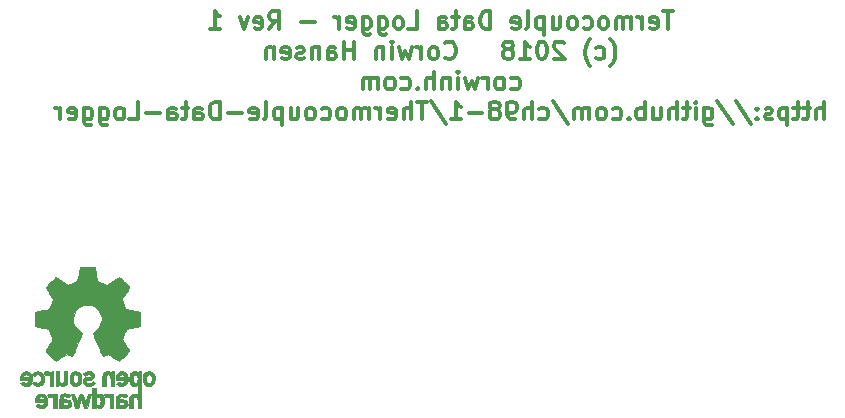
<source format=gbr>
G04 #@! TF.GenerationSoftware,KiCad,Pcbnew,(5.0-dev-4115-gdd04bcb)*
G04 #@! TF.CreationDate,2018-04-28T02:22:02-07:00*
G04 #@! TF.ProjectId,Thermocouple Data Logger,546865726D6F636F75706C6520446174,1*
G04 #@! TF.SameCoordinates,Original*
G04 #@! TF.FileFunction,Legend,Bot*
G04 #@! TF.FilePolarity,Positive*
%FSLAX46Y46*%
G04 Gerber Fmt 4.6, Leading zero omitted, Abs format (unit mm)*
G04 Created by KiCad (PCBNEW (5.0-dev-4115-gdd04bcb)) date Saturday, April 28, 2018 at 02:22:02 AM*
%MOMM*%
%LPD*%
G01*
G04 APERTURE LIST*
%ADD10C,0.300000*%
%ADD11C,0.010000*%
G04 APERTURE END LIST*
D10*
X167878571Y-87753571D02*
X167021428Y-87753571D01*
X167450000Y-89253571D02*
X167450000Y-87753571D01*
X165950000Y-89182142D02*
X166092857Y-89253571D01*
X166378571Y-89253571D01*
X166521428Y-89182142D01*
X166592857Y-89039285D01*
X166592857Y-88467857D01*
X166521428Y-88325000D01*
X166378571Y-88253571D01*
X166092857Y-88253571D01*
X165950000Y-88325000D01*
X165878571Y-88467857D01*
X165878571Y-88610714D01*
X166592857Y-88753571D01*
X165235714Y-89253571D02*
X165235714Y-88253571D01*
X165235714Y-88539285D02*
X165164285Y-88396428D01*
X165092857Y-88325000D01*
X164950000Y-88253571D01*
X164807142Y-88253571D01*
X164307142Y-89253571D02*
X164307142Y-88253571D01*
X164307142Y-88396428D02*
X164235714Y-88325000D01*
X164092857Y-88253571D01*
X163878571Y-88253571D01*
X163735714Y-88325000D01*
X163664285Y-88467857D01*
X163664285Y-89253571D01*
X163664285Y-88467857D02*
X163592857Y-88325000D01*
X163450000Y-88253571D01*
X163235714Y-88253571D01*
X163092857Y-88325000D01*
X163021428Y-88467857D01*
X163021428Y-89253571D01*
X162092857Y-89253571D02*
X162235714Y-89182142D01*
X162307142Y-89110714D01*
X162378571Y-88967857D01*
X162378571Y-88539285D01*
X162307142Y-88396428D01*
X162235714Y-88325000D01*
X162092857Y-88253571D01*
X161878571Y-88253571D01*
X161735714Y-88325000D01*
X161664285Y-88396428D01*
X161592857Y-88539285D01*
X161592857Y-88967857D01*
X161664285Y-89110714D01*
X161735714Y-89182142D01*
X161878571Y-89253571D01*
X162092857Y-89253571D01*
X160307142Y-89182142D02*
X160450000Y-89253571D01*
X160735714Y-89253571D01*
X160878571Y-89182142D01*
X160950000Y-89110714D01*
X161021428Y-88967857D01*
X161021428Y-88539285D01*
X160950000Y-88396428D01*
X160878571Y-88325000D01*
X160735714Y-88253571D01*
X160450000Y-88253571D01*
X160307142Y-88325000D01*
X159450000Y-89253571D02*
X159592857Y-89182142D01*
X159664285Y-89110714D01*
X159735714Y-88967857D01*
X159735714Y-88539285D01*
X159664285Y-88396428D01*
X159592857Y-88325000D01*
X159450000Y-88253571D01*
X159235714Y-88253571D01*
X159092857Y-88325000D01*
X159021428Y-88396428D01*
X158950000Y-88539285D01*
X158950000Y-88967857D01*
X159021428Y-89110714D01*
X159092857Y-89182142D01*
X159235714Y-89253571D01*
X159450000Y-89253571D01*
X157664285Y-88253571D02*
X157664285Y-89253571D01*
X158307142Y-88253571D02*
X158307142Y-89039285D01*
X158235714Y-89182142D01*
X158092857Y-89253571D01*
X157878571Y-89253571D01*
X157735714Y-89182142D01*
X157664285Y-89110714D01*
X156950000Y-88253571D02*
X156950000Y-89753571D01*
X156950000Y-88325000D02*
X156807142Y-88253571D01*
X156521428Y-88253571D01*
X156378571Y-88325000D01*
X156307142Y-88396428D01*
X156235714Y-88539285D01*
X156235714Y-88967857D01*
X156307142Y-89110714D01*
X156378571Y-89182142D01*
X156521428Y-89253571D01*
X156807142Y-89253571D01*
X156950000Y-89182142D01*
X155378571Y-89253571D02*
X155521428Y-89182142D01*
X155592857Y-89039285D01*
X155592857Y-87753571D01*
X154235714Y-89182142D02*
X154378571Y-89253571D01*
X154664285Y-89253571D01*
X154807142Y-89182142D01*
X154878571Y-89039285D01*
X154878571Y-88467857D01*
X154807142Y-88325000D01*
X154664285Y-88253571D01*
X154378571Y-88253571D01*
X154235714Y-88325000D01*
X154164285Y-88467857D01*
X154164285Y-88610714D01*
X154878571Y-88753571D01*
X152378571Y-89253571D02*
X152378571Y-87753571D01*
X152021428Y-87753571D01*
X151807142Y-87825000D01*
X151664285Y-87967857D01*
X151592857Y-88110714D01*
X151521428Y-88396428D01*
X151521428Y-88610714D01*
X151592857Y-88896428D01*
X151664285Y-89039285D01*
X151807142Y-89182142D01*
X152021428Y-89253571D01*
X152378571Y-89253571D01*
X150235714Y-89253571D02*
X150235714Y-88467857D01*
X150307142Y-88325000D01*
X150450000Y-88253571D01*
X150735714Y-88253571D01*
X150878571Y-88325000D01*
X150235714Y-89182142D02*
X150378571Y-89253571D01*
X150735714Y-89253571D01*
X150878571Y-89182142D01*
X150950000Y-89039285D01*
X150950000Y-88896428D01*
X150878571Y-88753571D01*
X150735714Y-88682142D01*
X150378571Y-88682142D01*
X150235714Y-88610714D01*
X149735714Y-88253571D02*
X149164285Y-88253571D01*
X149521428Y-87753571D02*
X149521428Y-89039285D01*
X149450000Y-89182142D01*
X149307142Y-89253571D01*
X149164285Y-89253571D01*
X148021428Y-89253571D02*
X148021428Y-88467857D01*
X148092857Y-88325000D01*
X148235714Y-88253571D01*
X148521428Y-88253571D01*
X148664285Y-88325000D01*
X148021428Y-89182142D02*
X148164285Y-89253571D01*
X148521428Y-89253571D01*
X148664285Y-89182142D01*
X148735714Y-89039285D01*
X148735714Y-88896428D01*
X148664285Y-88753571D01*
X148521428Y-88682142D01*
X148164285Y-88682142D01*
X148021428Y-88610714D01*
X145450000Y-89253571D02*
X146164285Y-89253571D01*
X146164285Y-87753571D01*
X144735714Y-89253571D02*
X144878571Y-89182142D01*
X144950000Y-89110714D01*
X145021428Y-88967857D01*
X145021428Y-88539285D01*
X144950000Y-88396428D01*
X144878571Y-88325000D01*
X144735714Y-88253571D01*
X144521428Y-88253571D01*
X144378571Y-88325000D01*
X144307142Y-88396428D01*
X144235714Y-88539285D01*
X144235714Y-88967857D01*
X144307142Y-89110714D01*
X144378571Y-89182142D01*
X144521428Y-89253571D01*
X144735714Y-89253571D01*
X142950000Y-88253571D02*
X142950000Y-89467857D01*
X143021428Y-89610714D01*
X143092857Y-89682142D01*
X143235714Y-89753571D01*
X143450000Y-89753571D01*
X143592857Y-89682142D01*
X142950000Y-89182142D02*
X143092857Y-89253571D01*
X143378571Y-89253571D01*
X143521428Y-89182142D01*
X143592857Y-89110714D01*
X143664285Y-88967857D01*
X143664285Y-88539285D01*
X143592857Y-88396428D01*
X143521428Y-88325000D01*
X143378571Y-88253571D01*
X143092857Y-88253571D01*
X142950000Y-88325000D01*
X141592857Y-88253571D02*
X141592857Y-89467857D01*
X141664285Y-89610714D01*
X141735714Y-89682142D01*
X141878571Y-89753571D01*
X142092857Y-89753571D01*
X142235714Y-89682142D01*
X141592857Y-89182142D02*
X141735714Y-89253571D01*
X142021428Y-89253571D01*
X142164285Y-89182142D01*
X142235714Y-89110714D01*
X142307142Y-88967857D01*
X142307142Y-88539285D01*
X142235714Y-88396428D01*
X142164285Y-88325000D01*
X142021428Y-88253571D01*
X141735714Y-88253571D01*
X141592857Y-88325000D01*
X140307142Y-89182142D02*
X140450000Y-89253571D01*
X140735714Y-89253571D01*
X140878571Y-89182142D01*
X140950000Y-89039285D01*
X140950000Y-88467857D01*
X140878571Y-88325000D01*
X140735714Y-88253571D01*
X140450000Y-88253571D01*
X140307142Y-88325000D01*
X140235714Y-88467857D01*
X140235714Y-88610714D01*
X140950000Y-88753571D01*
X139592857Y-89253571D02*
X139592857Y-88253571D01*
X139592857Y-88539285D02*
X139521428Y-88396428D01*
X139450000Y-88325000D01*
X139307142Y-88253571D01*
X139164285Y-88253571D01*
X137521428Y-88682142D02*
X136378571Y-88682142D01*
X133664285Y-89253571D02*
X134164285Y-88539285D01*
X134521428Y-89253571D02*
X134521428Y-87753571D01*
X133950000Y-87753571D01*
X133807142Y-87825000D01*
X133735714Y-87896428D01*
X133664285Y-88039285D01*
X133664285Y-88253571D01*
X133735714Y-88396428D01*
X133807142Y-88467857D01*
X133950000Y-88539285D01*
X134521428Y-88539285D01*
X132450000Y-89182142D02*
X132592857Y-89253571D01*
X132878571Y-89253571D01*
X133021428Y-89182142D01*
X133092857Y-89039285D01*
X133092857Y-88467857D01*
X133021428Y-88325000D01*
X132878571Y-88253571D01*
X132592857Y-88253571D01*
X132450000Y-88325000D01*
X132378571Y-88467857D01*
X132378571Y-88610714D01*
X133092857Y-88753571D01*
X131878571Y-88253571D02*
X131521428Y-89253571D01*
X131164285Y-88253571D01*
X128664285Y-89253571D02*
X129521428Y-89253571D01*
X129092857Y-89253571D02*
X129092857Y-87753571D01*
X129235714Y-87967857D01*
X129378571Y-88110714D01*
X129521428Y-88182142D01*
X162557142Y-92375000D02*
X162628571Y-92303571D01*
X162771428Y-92089285D01*
X162842857Y-91946428D01*
X162914285Y-91732142D01*
X162985714Y-91375000D01*
X162985714Y-91089285D01*
X162914285Y-90732142D01*
X162842857Y-90517857D01*
X162771428Y-90375000D01*
X162628571Y-90160714D01*
X162557142Y-90089285D01*
X161342857Y-91732142D02*
X161485714Y-91803571D01*
X161771428Y-91803571D01*
X161914285Y-91732142D01*
X161985714Y-91660714D01*
X162057142Y-91517857D01*
X162057142Y-91089285D01*
X161985714Y-90946428D01*
X161914285Y-90875000D01*
X161771428Y-90803571D01*
X161485714Y-90803571D01*
X161342857Y-90875000D01*
X160842857Y-92375000D02*
X160771428Y-92303571D01*
X160628571Y-92089285D01*
X160557142Y-91946428D01*
X160485714Y-91732142D01*
X160414285Y-91375000D01*
X160414285Y-91089285D01*
X160485714Y-90732142D01*
X160557142Y-90517857D01*
X160628571Y-90375000D01*
X160771428Y-90160714D01*
X160842857Y-90089285D01*
X158628571Y-90446428D02*
X158557142Y-90375000D01*
X158414285Y-90303571D01*
X158057142Y-90303571D01*
X157914285Y-90375000D01*
X157842857Y-90446428D01*
X157771428Y-90589285D01*
X157771428Y-90732142D01*
X157842857Y-90946428D01*
X158700000Y-91803571D01*
X157771428Y-91803571D01*
X156842857Y-90303571D02*
X156700000Y-90303571D01*
X156557142Y-90375000D01*
X156485714Y-90446428D01*
X156414285Y-90589285D01*
X156342857Y-90875000D01*
X156342857Y-91232142D01*
X156414285Y-91517857D01*
X156485714Y-91660714D01*
X156557142Y-91732142D01*
X156700000Y-91803571D01*
X156842857Y-91803571D01*
X156985714Y-91732142D01*
X157057142Y-91660714D01*
X157128571Y-91517857D01*
X157200000Y-91232142D01*
X157200000Y-90875000D01*
X157128571Y-90589285D01*
X157057142Y-90446428D01*
X156985714Y-90375000D01*
X156842857Y-90303571D01*
X154914285Y-91803571D02*
X155771428Y-91803571D01*
X155342857Y-91803571D02*
X155342857Y-90303571D01*
X155485714Y-90517857D01*
X155628571Y-90660714D01*
X155771428Y-90732142D01*
X154057142Y-90946428D02*
X154200000Y-90875000D01*
X154271428Y-90803571D01*
X154342857Y-90660714D01*
X154342857Y-90589285D01*
X154271428Y-90446428D01*
X154200000Y-90375000D01*
X154057142Y-90303571D01*
X153771428Y-90303571D01*
X153628571Y-90375000D01*
X153557142Y-90446428D01*
X153485714Y-90589285D01*
X153485714Y-90660714D01*
X153557142Y-90803571D01*
X153628571Y-90875000D01*
X153771428Y-90946428D01*
X154057142Y-90946428D01*
X154200000Y-91017857D01*
X154271428Y-91089285D01*
X154342857Y-91232142D01*
X154342857Y-91517857D01*
X154271428Y-91660714D01*
X154200000Y-91732142D01*
X154057142Y-91803571D01*
X153771428Y-91803571D01*
X153628571Y-91732142D01*
X153557142Y-91660714D01*
X153485714Y-91517857D01*
X153485714Y-91232142D01*
X153557142Y-91089285D01*
X153628571Y-91017857D01*
X153771428Y-90946428D01*
X148557142Y-91660714D02*
X148628571Y-91732142D01*
X148842857Y-91803571D01*
X148985714Y-91803571D01*
X149200000Y-91732142D01*
X149342857Y-91589285D01*
X149414285Y-91446428D01*
X149485714Y-91160714D01*
X149485714Y-90946428D01*
X149414285Y-90660714D01*
X149342857Y-90517857D01*
X149200000Y-90375000D01*
X148985714Y-90303571D01*
X148842857Y-90303571D01*
X148628571Y-90375000D01*
X148557142Y-90446428D01*
X147700000Y-91803571D02*
X147842857Y-91732142D01*
X147914285Y-91660714D01*
X147985714Y-91517857D01*
X147985714Y-91089285D01*
X147914285Y-90946428D01*
X147842857Y-90875000D01*
X147700000Y-90803571D01*
X147485714Y-90803571D01*
X147342857Y-90875000D01*
X147271428Y-90946428D01*
X147200000Y-91089285D01*
X147200000Y-91517857D01*
X147271428Y-91660714D01*
X147342857Y-91732142D01*
X147485714Y-91803571D01*
X147700000Y-91803571D01*
X146557142Y-91803571D02*
X146557142Y-90803571D01*
X146557142Y-91089285D02*
X146485714Y-90946428D01*
X146414285Y-90875000D01*
X146271428Y-90803571D01*
X146128571Y-90803571D01*
X145771428Y-90803571D02*
X145485714Y-91803571D01*
X145200000Y-91089285D01*
X144914285Y-91803571D01*
X144628571Y-90803571D01*
X144057142Y-91803571D02*
X144057142Y-90803571D01*
X144057142Y-90303571D02*
X144128571Y-90375000D01*
X144057142Y-90446428D01*
X143985714Y-90375000D01*
X144057142Y-90303571D01*
X144057142Y-90446428D01*
X143342857Y-90803571D02*
X143342857Y-91803571D01*
X143342857Y-90946428D02*
X143271428Y-90875000D01*
X143128571Y-90803571D01*
X142914285Y-90803571D01*
X142771428Y-90875000D01*
X142700000Y-91017857D01*
X142700000Y-91803571D01*
X140842857Y-91803571D02*
X140842857Y-90303571D01*
X140842857Y-91017857D02*
X139985714Y-91017857D01*
X139985714Y-91803571D02*
X139985714Y-90303571D01*
X138628571Y-91803571D02*
X138628571Y-91017857D01*
X138700000Y-90875000D01*
X138842857Y-90803571D01*
X139128571Y-90803571D01*
X139271428Y-90875000D01*
X138628571Y-91732142D02*
X138771428Y-91803571D01*
X139128571Y-91803571D01*
X139271428Y-91732142D01*
X139342857Y-91589285D01*
X139342857Y-91446428D01*
X139271428Y-91303571D01*
X139128571Y-91232142D01*
X138771428Y-91232142D01*
X138628571Y-91160714D01*
X137914285Y-90803571D02*
X137914285Y-91803571D01*
X137914285Y-90946428D02*
X137842857Y-90875000D01*
X137700000Y-90803571D01*
X137485714Y-90803571D01*
X137342857Y-90875000D01*
X137271428Y-91017857D01*
X137271428Y-91803571D01*
X136628571Y-91732142D02*
X136485714Y-91803571D01*
X136200000Y-91803571D01*
X136057142Y-91732142D01*
X135985714Y-91589285D01*
X135985714Y-91517857D01*
X136057142Y-91375000D01*
X136200000Y-91303571D01*
X136414285Y-91303571D01*
X136557142Y-91232142D01*
X136628571Y-91089285D01*
X136628571Y-91017857D01*
X136557142Y-90875000D01*
X136414285Y-90803571D01*
X136200000Y-90803571D01*
X136057142Y-90875000D01*
X134771428Y-91732142D02*
X134914285Y-91803571D01*
X135200000Y-91803571D01*
X135342857Y-91732142D01*
X135414285Y-91589285D01*
X135414285Y-91017857D01*
X135342857Y-90875000D01*
X135200000Y-90803571D01*
X134914285Y-90803571D01*
X134771428Y-90875000D01*
X134700000Y-91017857D01*
X134700000Y-91160714D01*
X135414285Y-91303571D01*
X134057142Y-90803571D02*
X134057142Y-91803571D01*
X134057142Y-90946428D02*
X133985714Y-90875000D01*
X133842857Y-90803571D01*
X133628571Y-90803571D01*
X133485714Y-90875000D01*
X133414285Y-91017857D01*
X133414285Y-91803571D01*
X154164285Y-94282142D02*
X154307142Y-94353571D01*
X154592857Y-94353571D01*
X154735714Y-94282142D01*
X154807142Y-94210714D01*
X154878571Y-94067857D01*
X154878571Y-93639285D01*
X154807142Y-93496428D01*
X154735714Y-93425000D01*
X154592857Y-93353571D01*
X154307142Y-93353571D01*
X154164285Y-93425000D01*
X153307142Y-94353571D02*
X153450000Y-94282142D01*
X153521428Y-94210714D01*
X153592857Y-94067857D01*
X153592857Y-93639285D01*
X153521428Y-93496428D01*
X153450000Y-93425000D01*
X153307142Y-93353571D01*
X153092857Y-93353571D01*
X152950000Y-93425000D01*
X152878571Y-93496428D01*
X152807142Y-93639285D01*
X152807142Y-94067857D01*
X152878571Y-94210714D01*
X152950000Y-94282142D01*
X153092857Y-94353571D01*
X153307142Y-94353571D01*
X152164285Y-94353571D02*
X152164285Y-93353571D01*
X152164285Y-93639285D02*
X152092857Y-93496428D01*
X152021428Y-93425000D01*
X151878571Y-93353571D01*
X151735714Y-93353571D01*
X151378571Y-93353571D02*
X151092857Y-94353571D01*
X150807142Y-93639285D01*
X150521428Y-94353571D01*
X150235714Y-93353571D01*
X149664285Y-94353571D02*
X149664285Y-93353571D01*
X149664285Y-92853571D02*
X149735714Y-92925000D01*
X149664285Y-92996428D01*
X149592857Y-92925000D01*
X149664285Y-92853571D01*
X149664285Y-92996428D01*
X148950000Y-93353571D02*
X148950000Y-94353571D01*
X148950000Y-93496428D02*
X148878571Y-93425000D01*
X148735714Y-93353571D01*
X148521428Y-93353571D01*
X148378571Y-93425000D01*
X148307142Y-93567857D01*
X148307142Y-94353571D01*
X147592857Y-94353571D02*
X147592857Y-92853571D01*
X146950000Y-94353571D02*
X146950000Y-93567857D01*
X147021428Y-93425000D01*
X147164285Y-93353571D01*
X147378571Y-93353571D01*
X147521428Y-93425000D01*
X147592857Y-93496428D01*
X146235714Y-94210714D02*
X146164285Y-94282142D01*
X146235714Y-94353571D01*
X146307142Y-94282142D01*
X146235714Y-94210714D01*
X146235714Y-94353571D01*
X144878571Y-94282142D02*
X145021428Y-94353571D01*
X145307142Y-94353571D01*
X145450000Y-94282142D01*
X145521428Y-94210714D01*
X145592857Y-94067857D01*
X145592857Y-93639285D01*
X145521428Y-93496428D01*
X145450000Y-93425000D01*
X145307142Y-93353571D01*
X145021428Y-93353571D01*
X144878571Y-93425000D01*
X144021428Y-94353571D02*
X144164285Y-94282142D01*
X144235714Y-94210714D01*
X144307142Y-94067857D01*
X144307142Y-93639285D01*
X144235714Y-93496428D01*
X144164285Y-93425000D01*
X144021428Y-93353571D01*
X143807142Y-93353571D01*
X143664285Y-93425000D01*
X143592857Y-93496428D01*
X143521428Y-93639285D01*
X143521428Y-94067857D01*
X143592857Y-94210714D01*
X143664285Y-94282142D01*
X143807142Y-94353571D01*
X144021428Y-94353571D01*
X142878571Y-94353571D02*
X142878571Y-93353571D01*
X142878571Y-93496428D02*
X142807142Y-93425000D01*
X142664285Y-93353571D01*
X142450000Y-93353571D01*
X142307142Y-93425000D01*
X142235714Y-93567857D01*
X142235714Y-94353571D01*
X142235714Y-93567857D02*
X142164285Y-93425000D01*
X142021428Y-93353571D01*
X141807142Y-93353571D01*
X141664285Y-93425000D01*
X141592857Y-93567857D01*
X141592857Y-94353571D01*
X180628571Y-96903571D02*
X180628571Y-95403571D01*
X179985714Y-96903571D02*
X179985714Y-96117857D01*
X180057142Y-95975000D01*
X180200000Y-95903571D01*
X180414285Y-95903571D01*
X180557142Y-95975000D01*
X180628571Y-96046428D01*
X179485714Y-95903571D02*
X178914285Y-95903571D01*
X179271428Y-95403571D02*
X179271428Y-96689285D01*
X179200000Y-96832142D01*
X179057142Y-96903571D01*
X178914285Y-96903571D01*
X178628571Y-95903571D02*
X178057142Y-95903571D01*
X178414285Y-95403571D02*
X178414285Y-96689285D01*
X178342857Y-96832142D01*
X178200000Y-96903571D01*
X178057142Y-96903571D01*
X177557142Y-95903571D02*
X177557142Y-97403571D01*
X177557142Y-95975000D02*
X177414285Y-95903571D01*
X177128571Y-95903571D01*
X176985714Y-95975000D01*
X176914285Y-96046428D01*
X176842857Y-96189285D01*
X176842857Y-96617857D01*
X176914285Y-96760714D01*
X176985714Y-96832142D01*
X177128571Y-96903571D01*
X177414285Y-96903571D01*
X177557142Y-96832142D01*
X176271428Y-96832142D02*
X176128571Y-96903571D01*
X175842857Y-96903571D01*
X175700000Y-96832142D01*
X175628571Y-96689285D01*
X175628571Y-96617857D01*
X175700000Y-96475000D01*
X175842857Y-96403571D01*
X176057142Y-96403571D01*
X176200000Y-96332142D01*
X176271428Y-96189285D01*
X176271428Y-96117857D01*
X176200000Y-95975000D01*
X176057142Y-95903571D01*
X175842857Y-95903571D01*
X175700000Y-95975000D01*
X174985714Y-96760714D02*
X174914285Y-96832142D01*
X174985714Y-96903571D01*
X175057142Y-96832142D01*
X174985714Y-96760714D01*
X174985714Y-96903571D01*
X174985714Y-95975000D02*
X174914285Y-96046428D01*
X174985714Y-96117857D01*
X175057142Y-96046428D01*
X174985714Y-95975000D01*
X174985714Y-96117857D01*
X173200000Y-95332142D02*
X174485714Y-97260714D01*
X171628571Y-95332142D02*
X172914285Y-97260714D01*
X170485714Y-95903571D02*
X170485714Y-97117857D01*
X170557142Y-97260714D01*
X170628571Y-97332142D01*
X170771428Y-97403571D01*
X170985714Y-97403571D01*
X171128571Y-97332142D01*
X170485714Y-96832142D02*
X170628571Y-96903571D01*
X170914285Y-96903571D01*
X171057142Y-96832142D01*
X171128571Y-96760714D01*
X171200000Y-96617857D01*
X171200000Y-96189285D01*
X171128571Y-96046428D01*
X171057142Y-95975000D01*
X170914285Y-95903571D01*
X170628571Y-95903571D01*
X170485714Y-95975000D01*
X169771428Y-96903571D02*
X169771428Y-95903571D01*
X169771428Y-95403571D02*
X169842857Y-95475000D01*
X169771428Y-95546428D01*
X169700000Y-95475000D01*
X169771428Y-95403571D01*
X169771428Y-95546428D01*
X169271428Y-95903571D02*
X168699999Y-95903571D01*
X169057142Y-95403571D02*
X169057142Y-96689285D01*
X168985714Y-96832142D01*
X168842857Y-96903571D01*
X168699999Y-96903571D01*
X168199999Y-96903571D02*
X168199999Y-95403571D01*
X167557142Y-96903571D02*
X167557142Y-96117857D01*
X167628571Y-95975000D01*
X167771428Y-95903571D01*
X167985714Y-95903571D01*
X168128571Y-95975000D01*
X168199999Y-96046428D01*
X166199999Y-95903571D02*
X166199999Y-96903571D01*
X166842857Y-95903571D02*
X166842857Y-96689285D01*
X166771428Y-96832142D01*
X166628571Y-96903571D01*
X166414285Y-96903571D01*
X166271428Y-96832142D01*
X166199999Y-96760714D01*
X165485714Y-96903571D02*
X165485714Y-95403571D01*
X165485714Y-95975000D02*
X165342857Y-95903571D01*
X165057142Y-95903571D01*
X164914285Y-95975000D01*
X164842857Y-96046428D01*
X164771428Y-96189285D01*
X164771428Y-96617857D01*
X164842857Y-96760714D01*
X164914285Y-96832142D01*
X165057142Y-96903571D01*
X165342857Y-96903571D01*
X165485714Y-96832142D01*
X164128571Y-96760714D02*
X164057142Y-96832142D01*
X164128571Y-96903571D01*
X164199999Y-96832142D01*
X164128571Y-96760714D01*
X164128571Y-96903571D01*
X162771428Y-96832142D02*
X162914285Y-96903571D01*
X163199999Y-96903571D01*
X163342857Y-96832142D01*
X163414285Y-96760714D01*
X163485714Y-96617857D01*
X163485714Y-96189285D01*
X163414285Y-96046428D01*
X163342857Y-95975000D01*
X163199999Y-95903571D01*
X162914285Y-95903571D01*
X162771428Y-95975000D01*
X161914285Y-96903571D02*
X162057142Y-96832142D01*
X162128571Y-96760714D01*
X162199999Y-96617857D01*
X162199999Y-96189285D01*
X162128571Y-96046428D01*
X162057142Y-95975000D01*
X161914285Y-95903571D01*
X161699999Y-95903571D01*
X161557142Y-95975000D01*
X161485714Y-96046428D01*
X161414285Y-96189285D01*
X161414285Y-96617857D01*
X161485714Y-96760714D01*
X161557142Y-96832142D01*
X161699999Y-96903571D01*
X161914285Y-96903571D01*
X160771428Y-96903571D02*
X160771428Y-95903571D01*
X160771428Y-96046428D02*
X160699999Y-95975000D01*
X160557142Y-95903571D01*
X160342857Y-95903571D01*
X160199999Y-95975000D01*
X160128571Y-96117857D01*
X160128571Y-96903571D01*
X160128571Y-96117857D02*
X160057142Y-95975000D01*
X159914285Y-95903571D01*
X159699999Y-95903571D01*
X159557142Y-95975000D01*
X159485714Y-96117857D01*
X159485714Y-96903571D01*
X157699999Y-95332142D02*
X158985714Y-97260714D01*
X156557142Y-96832142D02*
X156699999Y-96903571D01*
X156985714Y-96903571D01*
X157128571Y-96832142D01*
X157199999Y-96760714D01*
X157271428Y-96617857D01*
X157271428Y-96189285D01*
X157199999Y-96046428D01*
X157128571Y-95975000D01*
X156985714Y-95903571D01*
X156699999Y-95903571D01*
X156557142Y-95975000D01*
X155914285Y-96903571D02*
X155914285Y-95403571D01*
X155271428Y-96903571D02*
X155271428Y-96117857D01*
X155342857Y-95975000D01*
X155485714Y-95903571D01*
X155699999Y-95903571D01*
X155842857Y-95975000D01*
X155914285Y-96046428D01*
X154485714Y-96903571D02*
X154199999Y-96903571D01*
X154057142Y-96832142D01*
X153985714Y-96760714D01*
X153842857Y-96546428D01*
X153771428Y-96260714D01*
X153771428Y-95689285D01*
X153842857Y-95546428D01*
X153914285Y-95475000D01*
X154057142Y-95403571D01*
X154342857Y-95403571D01*
X154485714Y-95475000D01*
X154557142Y-95546428D01*
X154628571Y-95689285D01*
X154628571Y-96046428D01*
X154557142Y-96189285D01*
X154485714Y-96260714D01*
X154342857Y-96332142D01*
X154057142Y-96332142D01*
X153914285Y-96260714D01*
X153842857Y-96189285D01*
X153771428Y-96046428D01*
X152914285Y-96046428D02*
X153057142Y-95975000D01*
X153128571Y-95903571D01*
X153199999Y-95760714D01*
X153199999Y-95689285D01*
X153128571Y-95546428D01*
X153057142Y-95475000D01*
X152914285Y-95403571D01*
X152628571Y-95403571D01*
X152485714Y-95475000D01*
X152414285Y-95546428D01*
X152342857Y-95689285D01*
X152342857Y-95760714D01*
X152414285Y-95903571D01*
X152485714Y-95975000D01*
X152628571Y-96046428D01*
X152914285Y-96046428D01*
X153057142Y-96117857D01*
X153128571Y-96189285D01*
X153199999Y-96332142D01*
X153199999Y-96617857D01*
X153128571Y-96760714D01*
X153057142Y-96832142D01*
X152914285Y-96903571D01*
X152628571Y-96903571D01*
X152485714Y-96832142D01*
X152414285Y-96760714D01*
X152342857Y-96617857D01*
X152342857Y-96332142D01*
X152414285Y-96189285D01*
X152485714Y-96117857D01*
X152628571Y-96046428D01*
X151699999Y-96332142D02*
X150557142Y-96332142D01*
X149057142Y-96903571D02*
X149914285Y-96903571D01*
X149485714Y-96903571D02*
X149485714Y-95403571D01*
X149628571Y-95617857D01*
X149771428Y-95760714D01*
X149914285Y-95832142D01*
X147342857Y-95332142D02*
X148628571Y-97260714D01*
X147057142Y-95403571D02*
X146199999Y-95403571D01*
X146628571Y-96903571D02*
X146628571Y-95403571D01*
X145699999Y-96903571D02*
X145699999Y-95403571D01*
X145057142Y-96903571D02*
X145057142Y-96117857D01*
X145128571Y-95975000D01*
X145271428Y-95903571D01*
X145485714Y-95903571D01*
X145628571Y-95975000D01*
X145699999Y-96046428D01*
X143771428Y-96832142D02*
X143914285Y-96903571D01*
X144199999Y-96903571D01*
X144342857Y-96832142D01*
X144414285Y-96689285D01*
X144414285Y-96117857D01*
X144342857Y-95975000D01*
X144199999Y-95903571D01*
X143914285Y-95903571D01*
X143771428Y-95975000D01*
X143699999Y-96117857D01*
X143699999Y-96260714D01*
X144414285Y-96403571D01*
X143057142Y-96903571D02*
X143057142Y-95903571D01*
X143057142Y-96189285D02*
X142985714Y-96046428D01*
X142914285Y-95975000D01*
X142771428Y-95903571D01*
X142628571Y-95903571D01*
X142128571Y-96903571D02*
X142128571Y-95903571D01*
X142128571Y-96046428D02*
X142057142Y-95975000D01*
X141914285Y-95903571D01*
X141699999Y-95903571D01*
X141557142Y-95975000D01*
X141485714Y-96117857D01*
X141485714Y-96903571D01*
X141485714Y-96117857D02*
X141414285Y-95975000D01*
X141271428Y-95903571D01*
X141057142Y-95903571D01*
X140914285Y-95975000D01*
X140842857Y-96117857D01*
X140842857Y-96903571D01*
X139914285Y-96903571D02*
X140057142Y-96832142D01*
X140128571Y-96760714D01*
X140199999Y-96617857D01*
X140199999Y-96189285D01*
X140128571Y-96046428D01*
X140057142Y-95975000D01*
X139914285Y-95903571D01*
X139699999Y-95903571D01*
X139557142Y-95975000D01*
X139485714Y-96046428D01*
X139414285Y-96189285D01*
X139414285Y-96617857D01*
X139485714Y-96760714D01*
X139557142Y-96832142D01*
X139699999Y-96903571D01*
X139914285Y-96903571D01*
X138128571Y-96832142D02*
X138271428Y-96903571D01*
X138557142Y-96903571D01*
X138699999Y-96832142D01*
X138771428Y-96760714D01*
X138842857Y-96617857D01*
X138842857Y-96189285D01*
X138771428Y-96046428D01*
X138699999Y-95975000D01*
X138557142Y-95903571D01*
X138271428Y-95903571D01*
X138128571Y-95975000D01*
X137271428Y-96903571D02*
X137414285Y-96832142D01*
X137485714Y-96760714D01*
X137557142Y-96617857D01*
X137557142Y-96189285D01*
X137485714Y-96046428D01*
X137414285Y-95975000D01*
X137271428Y-95903571D01*
X137057142Y-95903571D01*
X136914285Y-95975000D01*
X136842857Y-96046428D01*
X136771428Y-96189285D01*
X136771428Y-96617857D01*
X136842857Y-96760714D01*
X136914285Y-96832142D01*
X137057142Y-96903571D01*
X137271428Y-96903571D01*
X135485714Y-95903571D02*
X135485714Y-96903571D01*
X136128571Y-95903571D02*
X136128571Y-96689285D01*
X136057142Y-96832142D01*
X135914285Y-96903571D01*
X135699999Y-96903571D01*
X135557142Y-96832142D01*
X135485714Y-96760714D01*
X134771428Y-95903571D02*
X134771428Y-97403571D01*
X134771428Y-95975000D02*
X134628571Y-95903571D01*
X134342857Y-95903571D01*
X134199999Y-95975000D01*
X134128571Y-96046428D01*
X134057142Y-96189285D01*
X134057142Y-96617857D01*
X134128571Y-96760714D01*
X134199999Y-96832142D01*
X134342857Y-96903571D01*
X134628571Y-96903571D01*
X134771428Y-96832142D01*
X133199999Y-96903571D02*
X133342857Y-96832142D01*
X133414285Y-96689285D01*
X133414285Y-95403571D01*
X132057142Y-96832142D02*
X132199999Y-96903571D01*
X132485714Y-96903571D01*
X132628571Y-96832142D01*
X132699999Y-96689285D01*
X132699999Y-96117857D01*
X132628571Y-95975000D01*
X132485714Y-95903571D01*
X132199999Y-95903571D01*
X132057142Y-95975000D01*
X131985714Y-96117857D01*
X131985714Y-96260714D01*
X132699999Y-96403571D01*
X131342857Y-96332142D02*
X130199999Y-96332142D01*
X129485714Y-96903571D02*
X129485714Y-95403571D01*
X129128571Y-95403571D01*
X128914285Y-95475000D01*
X128771428Y-95617857D01*
X128699999Y-95760714D01*
X128628571Y-96046428D01*
X128628571Y-96260714D01*
X128699999Y-96546428D01*
X128771428Y-96689285D01*
X128914285Y-96832142D01*
X129128571Y-96903571D01*
X129485714Y-96903571D01*
X127342857Y-96903571D02*
X127342857Y-96117857D01*
X127414285Y-95975000D01*
X127557142Y-95903571D01*
X127842857Y-95903571D01*
X127985714Y-95975000D01*
X127342857Y-96832142D02*
X127485714Y-96903571D01*
X127842857Y-96903571D01*
X127985714Y-96832142D01*
X128057142Y-96689285D01*
X128057142Y-96546428D01*
X127985714Y-96403571D01*
X127842857Y-96332142D01*
X127485714Y-96332142D01*
X127342857Y-96260714D01*
X126842857Y-95903571D02*
X126271428Y-95903571D01*
X126628571Y-95403571D02*
X126628571Y-96689285D01*
X126557142Y-96832142D01*
X126414285Y-96903571D01*
X126271428Y-96903571D01*
X125128571Y-96903571D02*
X125128571Y-96117857D01*
X125199999Y-95975000D01*
X125342857Y-95903571D01*
X125628571Y-95903571D01*
X125771428Y-95975000D01*
X125128571Y-96832142D02*
X125271428Y-96903571D01*
X125628571Y-96903571D01*
X125771428Y-96832142D01*
X125842857Y-96689285D01*
X125842857Y-96546428D01*
X125771428Y-96403571D01*
X125628571Y-96332142D01*
X125271428Y-96332142D01*
X125128571Y-96260714D01*
X124414285Y-96332142D02*
X123271428Y-96332142D01*
X121842857Y-96903571D02*
X122557142Y-96903571D01*
X122557142Y-95403571D01*
X121128571Y-96903571D02*
X121271428Y-96832142D01*
X121342857Y-96760714D01*
X121414285Y-96617857D01*
X121414285Y-96189285D01*
X121342857Y-96046428D01*
X121271428Y-95975000D01*
X121128571Y-95903571D01*
X120914285Y-95903571D01*
X120771428Y-95975000D01*
X120699999Y-96046428D01*
X120628571Y-96189285D01*
X120628571Y-96617857D01*
X120699999Y-96760714D01*
X120771428Y-96832142D01*
X120914285Y-96903571D01*
X121128571Y-96903571D01*
X119342857Y-95903571D02*
X119342857Y-97117857D01*
X119414285Y-97260714D01*
X119485714Y-97332142D01*
X119628571Y-97403571D01*
X119842857Y-97403571D01*
X119985714Y-97332142D01*
X119342857Y-96832142D02*
X119485714Y-96903571D01*
X119771428Y-96903571D01*
X119914285Y-96832142D01*
X119985714Y-96760714D01*
X120057142Y-96617857D01*
X120057142Y-96189285D01*
X119985714Y-96046428D01*
X119914285Y-95975000D01*
X119771428Y-95903571D01*
X119485714Y-95903571D01*
X119342857Y-95975000D01*
X117985714Y-95903571D02*
X117985714Y-97117857D01*
X118057142Y-97260714D01*
X118128571Y-97332142D01*
X118271428Y-97403571D01*
X118485714Y-97403571D01*
X118628571Y-97332142D01*
X117985714Y-96832142D02*
X118128571Y-96903571D01*
X118414285Y-96903571D01*
X118557142Y-96832142D01*
X118628571Y-96760714D01*
X118699999Y-96617857D01*
X118699999Y-96189285D01*
X118628571Y-96046428D01*
X118557142Y-95975000D01*
X118414285Y-95903571D01*
X118128571Y-95903571D01*
X117985714Y-95975000D01*
X116699999Y-96832142D02*
X116842857Y-96903571D01*
X117128571Y-96903571D01*
X117271428Y-96832142D01*
X117342857Y-96689285D01*
X117342857Y-96117857D01*
X117271428Y-95975000D01*
X117128571Y-95903571D01*
X116842857Y-95903571D01*
X116699999Y-95975000D01*
X116628571Y-96117857D01*
X116628571Y-96260714D01*
X117342857Y-96403571D01*
X115985714Y-96903571D02*
X115985714Y-95903571D01*
X115985714Y-96189285D02*
X115914285Y-96046428D01*
X115842857Y-95975000D01*
X115699999Y-95903571D01*
X115557142Y-95903571D01*
D11*
G36*
X122080091Y-118259560D02*
X122027588Y-118285499D01*
X121962842Y-118330700D01*
X121915653Y-118379991D01*
X121883335Y-118441885D01*
X121863203Y-118524896D01*
X121852570Y-118637538D01*
X121848753Y-118788324D01*
X121848530Y-118853149D01*
X121849182Y-118995221D01*
X121851888Y-119096757D01*
X121857776Y-119167015D01*
X121867973Y-119215256D01*
X121883606Y-119250738D01*
X121899872Y-119274943D01*
X122003705Y-119377929D01*
X122125979Y-119439874D01*
X122257886Y-119458506D01*
X122390616Y-119431549D01*
X122432667Y-119412486D01*
X122533334Y-119360015D01*
X122533334Y-120182259D01*
X122459865Y-120144267D01*
X122363059Y-120114872D01*
X122244072Y-120107342D01*
X122125255Y-120121245D01*
X122035527Y-120152476D01*
X121961101Y-120211954D01*
X121897510Y-120297066D01*
X121892729Y-120305805D01*
X121872563Y-120346966D01*
X121857835Y-120388454D01*
X121847697Y-120438713D01*
X121841301Y-120506184D01*
X121837799Y-120599309D01*
X121836342Y-120726531D01*
X121836079Y-120869701D01*
X121836079Y-121326471D01*
X122110000Y-121326471D01*
X122110000Y-120484231D01*
X122186617Y-120419763D01*
X122266207Y-120368194D01*
X122341578Y-120358818D01*
X122417367Y-120382947D01*
X122457759Y-120406574D01*
X122487821Y-120440227D01*
X122509203Y-120491087D01*
X122523550Y-120566334D01*
X122532510Y-120673146D01*
X122537730Y-120818704D01*
X122539569Y-120915588D01*
X122545785Y-121314020D01*
X122676520Y-121321547D01*
X122807255Y-121329073D01*
X122807255Y-118856582D01*
X122533334Y-118856582D01*
X122526350Y-118994423D01*
X122502818Y-119090107D01*
X122458865Y-119149641D01*
X122390618Y-119179029D01*
X122321667Y-119184902D01*
X122243614Y-119178154D01*
X122191811Y-119151594D01*
X122159417Y-119116499D01*
X122133916Y-119078752D01*
X122118735Y-119036700D01*
X122111981Y-118977779D01*
X122111759Y-118889428D01*
X122114032Y-118815448D01*
X122119251Y-118704000D01*
X122127021Y-118630833D01*
X122140105Y-118584422D01*
X122161268Y-118553244D01*
X122181240Y-118535223D01*
X122264686Y-118495925D01*
X122363449Y-118489579D01*
X122420159Y-118503116D01*
X122476308Y-118551233D01*
X122513501Y-118644833D01*
X122531528Y-118783254D01*
X122533334Y-118856582D01*
X122807255Y-118856582D01*
X122807255Y-118238628D01*
X122670295Y-118238628D01*
X122588065Y-118241879D01*
X122545640Y-118253426D01*
X122533339Y-118275952D01*
X122533334Y-118276620D01*
X122527626Y-118298681D01*
X122502453Y-118296176D01*
X122452402Y-118271935D01*
X122335781Y-118234851D01*
X122204571Y-118230953D01*
X122080091Y-118259560D01*
X122080091Y-118259560D01*
G37*
X122080091Y-118259560D02*
X122027588Y-118285499D01*
X121962842Y-118330700D01*
X121915653Y-118379991D01*
X121883335Y-118441885D01*
X121863203Y-118524896D01*
X121852570Y-118637538D01*
X121848753Y-118788324D01*
X121848530Y-118853149D01*
X121849182Y-118995221D01*
X121851888Y-119096757D01*
X121857776Y-119167015D01*
X121867973Y-119215256D01*
X121883606Y-119250738D01*
X121899872Y-119274943D01*
X122003705Y-119377929D01*
X122125979Y-119439874D01*
X122257886Y-119458506D01*
X122390616Y-119431549D01*
X122432667Y-119412486D01*
X122533334Y-119360015D01*
X122533334Y-120182259D01*
X122459865Y-120144267D01*
X122363059Y-120114872D01*
X122244072Y-120107342D01*
X122125255Y-120121245D01*
X122035527Y-120152476D01*
X121961101Y-120211954D01*
X121897510Y-120297066D01*
X121892729Y-120305805D01*
X121872563Y-120346966D01*
X121857835Y-120388454D01*
X121847697Y-120438713D01*
X121841301Y-120506184D01*
X121837799Y-120599309D01*
X121836342Y-120726531D01*
X121836079Y-120869701D01*
X121836079Y-121326471D01*
X122110000Y-121326471D01*
X122110000Y-120484231D01*
X122186617Y-120419763D01*
X122266207Y-120368194D01*
X122341578Y-120358818D01*
X122417367Y-120382947D01*
X122457759Y-120406574D01*
X122487821Y-120440227D01*
X122509203Y-120491087D01*
X122523550Y-120566334D01*
X122532510Y-120673146D01*
X122537730Y-120818704D01*
X122539569Y-120915588D01*
X122545785Y-121314020D01*
X122676520Y-121321547D01*
X122807255Y-121329073D01*
X122807255Y-118856582D01*
X122533334Y-118856582D01*
X122526350Y-118994423D01*
X122502818Y-119090107D01*
X122458865Y-119149641D01*
X122390618Y-119179029D01*
X122321667Y-119184902D01*
X122243614Y-119178154D01*
X122191811Y-119151594D01*
X122159417Y-119116499D01*
X122133916Y-119078752D01*
X122118735Y-119036700D01*
X122111981Y-118977779D01*
X122111759Y-118889428D01*
X122114032Y-118815448D01*
X122119251Y-118704000D01*
X122127021Y-118630833D01*
X122140105Y-118584422D01*
X122161268Y-118553244D01*
X122181240Y-118535223D01*
X122264686Y-118495925D01*
X122363449Y-118489579D01*
X122420159Y-118503116D01*
X122476308Y-118551233D01*
X122513501Y-118644833D01*
X122531528Y-118783254D01*
X122533334Y-118856582D01*
X122807255Y-118856582D01*
X122807255Y-118238628D01*
X122670295Y-118238628D01*
X122588065Y-118241879D01*
X122545640Y-118253426D01*
X122533339Y-118275952D01*
X122533334Y-118276620D01*
X122527626Y-118298681D01*
X122502453Y-118296176D01*
X122452402Y-118271935D01*
X122335781Y-118234851D01*
X122204571Y-118230953D01*
X122080091Y-118259560D01*
G36*
X121041280Y-120115922D02*
X120924130Y-120147180D01*
X120834949Y-120203837D01*
X120772016Y-120278045D01*
X120752452Y-120309716D01*
X120738008Y-120342891D01*
X120727911Y-120385329D01*
X120721385Y-120444788D01*
X120717658Y-120529029D01*
X120715954Y-120645810D01*
X120715500Y-120802890D01*
X120715491Y-120844565D01*
X120715491Y-121326471D01*
X120835020Y-121326471D01*
X120911261Y-121321131D01*
X120967634Y-121307604D01*
X120981758Y-121299262D01*
X121020370Y-121284864D01*
X121059808Y-121299262D01*
X121124738Y-121317237D01*
X121219055Y-121324472D01*
X121323593Y-121321333D01*
X121419189Y-121308186D01*
X121475000Y-121291318D01*
X121583002Y-121221986D01*
X121650497Y-121125772D01*
X121680841Y-120997844D01*
X121681123Y-120994559D01*
X121678460Y-120937808D01*
X121437647Y-120937808D01*
X121416595Y-121002358D01*
X121382303Y-121038686D01*
X121313468Y-121066162D01*
X121222610Y-121077129D01*
X121129958Y-121071731D01*
X121055744Y-121050110D01*
X121034951Y-121036239D01*
X120998619Y-120972143D01*
X120989412Y-120899278D01*
X120989412Y-120803530D01*
X121127173Y-120803530D01*
X121258047Y-120813605D01*
X121357259Y-120842148D01*
X121418977Y-120886639D01*
X121437647Y-120937808D01*
X121678460Y-120937808D01*
X121674564Y-120854790D01*
X121628466Y-120744282D01*
X121541800Y-120660712D01*
X121529821Y-120653110D01*
X121478345Y-120628357D01*
X121414632Y-120613368D01*
X121325565Y-120606082D01*
X121219755Y-120604407D01*
X120989412Y-120604314D01*
X120989412Y-120507755D01*
X120999183Y-120432836D01*
X121024116Y-120382644D01*
X121027035Y-120379972D01*
X121082519Y-120358015D01*
X121166273Y-120349505D01*
X121258833Y-120353687D01*
X121340730Y-120369809D01*
X121389327Y-120393990D01*
X121415659Y-120413359D01*
X121443465Y-120417057D01*
X121481839Y-120401188D01*
X121539875Y-120361855D01*
X121626669Y-120295164D01*
X121634635Y-120288916D01*
X121630553Y-120265800D01*
X121596499Y-120227352D01*
X121544740Y-120184627D01*
X121487545Y-120148679D01*
X121469575Y-120140191D01*
X121404028Y-120123252D01*
X121307980Y-120111170D01*
X121200671Y-120106323D01*
X121195653Y-120106313D01*
X121041280Y-120115922D01*
X121041280Y-120115922D01*
G37*
X121041280Y-120115922D02*
X120924130Y-120147180D01*
X120834949Y-120203837D01*
X120772016Y-120278045D01*
X120752452Y-120309716D01*
X120738008Y-120342891D01*
X120727911Y-120385329D01*
X120721385Y-120444788D01*
X120717658Y-120529029D01*
X120715954Y-120645810D01*
X120715500Y-120802890D01*
X120715491Y-120844565D01*
X120715491Y-121326471D01*
X120835020Y-121326471D01*
X120911261Y-121321131D01*
X120967634Y-121307604D01*
X120981758Y-121299262D01*
X121020370Y-121284864D01*
X121059808Y-121299262D01*
X121124738Y-121317237D01*
X121219055Y-121324472D01*
X121323593Y-121321333D01*
X121419189Y-121308186D01*
X121475000Y-121291318D01*
X121583002Y-121221986D01*
X121650497Y-121125772D01*
X121680841Y-120997844D01*
X121681123Y-120994559D01*
X121678460Y-120937808D01*
X121437647Y-120937808D01*
X121416595Y-121002358D01*
X121382303Y-121038686D01*
X121313468Y-121066162D01*
X121222610Y-121077129D01*
X121129958Y-121071731D01*
X121055744Y-121050110D01*
X121034951Y-121036239D01*
X120998619Y-120972143D01*
X120989412Y-120899278D01*
X120989412Y-120803530D01*
X121127173Y-120803530D01*
X121258047Y-120813605D01*
X121357259Y-120842148D01*
X121418977Y-120886639D01*
X121437647Y-120937808D01*
X121678460Y-120937808D01*
X121674564Y-120854790D01*
X121628466Y-120744282D01*
X121541800Y-120660712D01*
X121529821Y-120653110D01*
X121478345Y-120628357D01*
X121414632Y-120613368D01*
X121325565Y-120606082D01*
X121219755Y-120604407D01*
X120989412Y-120604314D01*
X120989412Y-120507755D01*
X120999183Y-120432836D01*
X121024116Y-120382644D01*
X121027035Y-120379972D01*
X121082519Y-120358015D01*
X121166273Y-120349505D01*
X121258833Y-120353687D01*
X121340730Y-120369809D01*
X121389327Y-120393990D01*
X121415659Y-120413359D01*
X121443465Y-120417057D01*
X121481839Y-120401188D01*
X121539875Y-120361855D01*
X121626669Y-120295164D01*
X121634635Y-120288916D01*
X121630553Y-120265800D01*
X121596499Y-120227352D01*
X121544740Y-120184627D01*
X121487545Y-120148679D01*
X121469575Y-120140191D01*
X121404028Y-120123252D01*
X121307980Y-120111170D01*
X121200671Y-120106323D01*
X121195653Y-120106313D01*
X121041280Y-120115922D01*
G36*
X120267236Y-120108921D02*
X120229970Y-120120091D01*
X120217957Y-120144633D01*
X120217451Y-120155712D01*
X120215296Y-120186572D01*
X120200449Y-120191417D01*
X120160343Y-120170260D01*
X120136520Y-120155806D01*
X120061362Y-120124850D01*
X119971594Y-120109544D01*
X119877471Y-120108367D01*
X119789246Y-120119799D01*
X119717174Y-120142320D01*
X119671508Y-120174409D01*
X119662502Y-120214545D01*
X119667047Y-120225415D01*
X119700179Y-120270534D01*
X119751555Y-120326026D01*
X119760848Y-120334996D01*
X119809818Y-120376245D01*
X119852069Y-120389572D01*
X119911159Y-120380271D01*
X119934831Y-120374090D01*
X120008496Y-120359246D01*
X120060290Y-120365921D01*
X120104031Y-120389465D01*
X120144098Y-120421061D01*
X120173608Y-120460798D01*
X120194116Y-120516252D01*
X120207176Y-120595003D01*
X120214344Y-120704629D01*
X120217176Y-120852706D01*
X120217451Y-120942111D01*
X120217451Y-121326471D01*
X120466471Y-121326471D01*
X120466471Y-120106275D01*
X120341961Y-120106275D01*
X120267236Y-120108921D01*
X120267236Y-120108921D01*
G37*
X120267236Y-120108921D02*
X120229970Y-120120091D01*
X120217957Y-120144633D01*
X120217451Y-120155712D01*
X120215296Y-120186572D01*
X120200449Y-120191417D01*
X120160343Y-120170260D01*
X120136520Y-120155806D01*
X120061362Y-120124850D01*
X119971594Y-120109544D01*
X119877471Y-120108367D01*
X119789246Y-120119799D01*
X119717174Y-120142320D01*
X119671508Y-120174409D01*
X119662502Y-120214545D01*
X119667047Y-120225415D01*
X119700179Y-120270534D01*
X119751555Y-120326026D01*
X119760848Y-120334996D01*
X119809818Y-120376245D01*
X119852069Y-120389572D01*
X119911159Y-120380271D01*
X119934831Y-120374090D01*
X120008496Y-120359246D01*
X120060290Y-120365921D01*
X120104031Y-120389465D01*
X120144098Y-120421061D01*
X120173608Y-120460798D01*
X120194116Y-120516252D01*
X120207176Y-120595003D01*
X120214344Y-120704629D01*
X120217176Y-120852706D01*
X120217451Y-120942111D01*
X120217451Y-121326471D01*
X120466471Y-121326471D01*
X120466471Y-120106275D01*
X120341961Y-120106275D01*
X120267236Y-120108921D01*
G36*
X118698432Y-121326471D02*
X118835393Y-121326471D01*
X118914889Y-121324140D01*
X118956292Y-121314488D01*
X118971199Y-121293525D01*
X118972353Y-121279351D01*
X118974867Y-121250927D01*
X118990720Y-121245475D01*
X119032379Y-121262998D01*
X119064776Y-121279351D01*
X119189151Y-121318103D01*
X119324354Y-121320346D01*
X119434274Y-121291444D01*
X119536634Y-121221619D01*
X119614660Y-121118555D01*
X119657386Y-120996989D01*
X119658474Y-120990192D01*
X119664822Y-120916032D01*
X119667979Y-120809570D01*
X119667725Y-120729052D01*
X119395711Y-120729052D01*
X119389410Y-120836070D01*
X119375075Y-120924278D01*
X119355669Y-120974090D01*
X119282254Y-121042162D01*
X119195086Y-121066564D01*
X119105196Y-121046831D01*
X119028383Y-120987968D01*
X118999292Y-120948379D01*
X118982283Y-120901138D01*
X118974316Y-120832181D01*
X118972353Y-120728607D01*
X118975866Y-120626039D01*
X118985143Y-120535921D01*
X118998294Y-120475613D01*
X119000486Y-120470208D01*
X119053522Y-120405940D01*
X119130933Y-120370656D01*
X119217546Y-120364959D01*
X119298193Y-120389453D01*
X119357703Y-120444742D01*
X119363876Y-120455743D01*
X119383199Y-120522827D01*
X119393726Y-120619284D01*
X119395711Y-120729052D01*
X119667725Y-120729052D01*
X119667596Y-120688225D01*
X119665806Y-120622918D01*
X119653627Y-120461355D01*
X119628315Y-120340053D01*
X119586207Y-120250379D01*
X119523641Y-120183699D01*
X119462900Y-120144557D01*
X119378036Y-120117040D01*
X119272485Y-120107603D01*
X119164402Y-120115290D01*
X119071942Y-120139146D01*
X119023090Y-120167685D01*
X118972353Y-120213601D01*
X118972353Y-119633137D01*
X118698432Y-119633137D01*
X118698432Y-121326471D01*
X118698432Y-121326471D01*
G37*
X118698432Y-121326471D02*
X118835393Y-121326471D01*
X118914889Y-121324140D01*
X118956292Y-121314488D01*
X118971199Y-121293525D01*
X118972353Y-121279351D01*
X118974867Y-121250927D01*
X118990720Y-121245475D01*
X119032379Y-121262998D01*
X119064776Y-121279351D01*
X119189151Y-121318103D01*
X119324354Y-121320346D01*
X119434274Y-121291444D01*
X119536634Y-121221619D01*
X119614660Y-121118555D01*
X119657386Y-120996989D01*
X119658474Y-120990192D01*
X119664822Y-120916032D01*
X119667979Y-120809570D01*
X119667725Y-120729052D01*
X119395711Y-120729052D01*
X119389410Y-120836070D01*
X119375075Y-120924278D01*
X119355669Y-120974090D01*
X119282254Y-121042162D01*
X119195086Y-121066564D01*
X119105196Y-121046831D01*
X119028383Y-120987968D01*
X118999292Y-120948379D01*
X118982283Y-120901138D01*
X118974316Y-120832181D01*
X118972353Y-120728607D01*
X118975866Y-120626039D01*
X118985143Y-120535921D01*
X118998294Y-120475613D01*
X119000486Y-120470208D01*
X119053522Y-120405940D01*
X119130933Y-120370656D01*
X119217546Y-120364959D01*
X119298193Y-120389453D01*
X119357703Y-120444742D01*
X119363876Y-120455743D01*
X119383199Y-120522827D01*
X119393726Y-120619284D01*
X119395711Y-120729052D01*
X119667725Y-120729052D01*
X119667596Y-120688225D01*
X119665806Y-120622918D01*
X119653627Y-120461355D01*
X119628315Y-120340053D01*
X119586207Y-120250379D01*
X119523641Y-120183699D01*
X119462900Y-120144557D01*
X119378036Y-120117040D01*
X119272485Y-120107603D01*
X119164402Y-120115290D01*
X119071942Y-120139146D01*
X119023090Y-120167685D01*
X118972353Y-120213601D01*
X118972353Y-119633137D01*
X118698432Y-119633137D01*
X118698432Y-121326471D01*
G36*
X117742472Y-120111332D02*
X117643986Y-120118726D01*
X117515224Y-120504706D01*
X117386463Y-120890686D01*
X117346089Y-120753726D01*
X117321793Y-120669083D01*
X117289833Y-120554697D01*
X117255321Y-120428963D01*
X117237072Y-120361520D01*
X117168429Y-120106275D01*
X116885227Y-120106275D01*
X116969878Y-120373971D01*
X117011565Y-120505638D01*
X117061926Y-120664458D01*
X117114519Y-120830128D01*
X117161470Y-120977843D01*
X117268411Y-121314020D01*
X117499339Y-121329044D01*
X117561950Y-121122316D01*
X117600562Y-120993896D01*
X117642700Y-120852322D01*
X117679528Y-120727285D01*
X117680982Y-120722309D01*
X117708489Y-120637586D01*
X117732758Y-120579778D01*
X117749757Y-120557918D01*
X117753250Y-120560446D01*
X117765510Y-120594336D01*
X117788805Y-120666930D01*
X117820300Y-120769101D01*
X117857158Y-120891720D01*
X117877101Y-120959167D01*
X117985105Y-121326471D01*
X118214321Y-121326471D01*
X118397561Y-120747500D01*
X118449037Y-120585091D01*
X118495930Y-120437602D01*
X118536023Y-120311960D01*
X118567103Y-120215095D01*
X118586955Y-120153934D01*
X118592989Y-120136065D01*
X118588212Y-120117768D01*
X118550703Y-120109755D01*
X118472645Y-120110557D01*
X118460426Y-120111163D01*
X118315674Y-120118726D01*
X118220870Y-120467353D01*
X118186023Y-120594497D01*
X118154883Y-120706265D01*
X118130191Y-120792953D01*
X118114688Y-120844856D01*
X118111824Y-120853318D01*
X118099954Y-120843587D01*
X118076017Y-120793172D01*
X118042761Y-120708935D01*
X118002936Y-120597741D01*
X117969270Y-120497297D01*
X117840959Y-120103939D01*
X117742472Y-120111332D01*
X117742472Y-120111332D01*
G37*
X117742472Y-120111332D02*
X117643986Y-120118726D01*
X117515224Y-120504706D01*
X117386463Y-120890686D01*
X117346089Y-120753726D01*
X117321793Y-120669083D01*
X117289833Y-120554697D01*
X117255321Y-120428963D01*
X117237072Y-120361520D01*
X117168429Y-120106275D01*
X116885227Y-120106275D01*
X116969878Y-120373971D01*
X117011565Y-120505638D01*
X117061926Y-120664458D01*
X117114519Y-120830128D01*
X117161470Y-120977843D01*
X117268411Y-121314020D01*
X117499339Y-121329044D01*
X117561950Y-121122316D01*
X117600562Y-120993896D01*
X117642700Y-120852322D01*
X117679528Y-120727285D01*
X117680982Y-120722309D01*
X117708489Y-120637586D01*
X117732758Y-120579778D01*
X117749757Y-120557918D01*
X117753250Y-120560446D01*
X117765510Y-120594336D01*
X117788805Y-120666930D01*
X117820300Y-120769101D01*
X117857158Y-120891720D01*
X117877101Y-120959167D01*
X117985105Y-121326471D01*
X118214321Y-121326471D01*
X118397561Y-120747500D01*
X118449037Y-120585091D01*
X118495930Y-120437602D01*
X118536023Y-120311960D01*
X118567103Y-120215095D01*
X118586955Y-120153934D01*
X118592989Y-120136065D01*
X118588212Y-120117768D01*
X118550703Y-120109755D01*
X118472645Y-120110557D01*
X118460426Y-120111163D01*
X118315674Y-120118726D01*
X118220870Y-120467353D01*
X118186023Y-120594497D01*
X118154883Y-120706265D01*
X118130191Y-120792953D01*
X118114688Y-120844856D01*
X118111824Y-120853318D01*
X118099954Y-120843587D01*
X118076017Y-120793172D01*
X118042761Y-120708935D01*
X118002936Y-120597741D01*
X117969270Y-120497297D01*
X117840959Y-120103939D01*
X117742472Y-120111332D01*
G36*
X116243541Y-120113669D02*
X116138580Y-120139163D01*
X116108239Y-120152669D01*
X116049427Y-120188046D01*
X116004291Y-120227890D01*
X115970894Y-120279120D01*
X115947299Y-120348654D01*
X115931567Y-120443409D01*
X115921761Y-120570305D01*
X115915943Y-120736258D01*
X115913734Y-120847108D01*
X115905604Y-121326471D01*
X116044469Y-121326471D01*
X116128713Y-121322938D01*
X116172116Y-121310866D01*
X116183334Y-121290594D01*
X116189256Y-121268674D01*
X116215734Y-121272865D01*
X116251814Y-121290441D01*
X116342138Y-121317382D01*
X116458223Y-121324642D01*
X116580320Y-121312767D01*
X116688679Y-121282305D01*
X116698398Y-121278077D01*
X116797432Y-121208505D01*
X116862719Y-121111789D01*
X116892760Y-120998738D01*
X116890465Y-120958122D01*
X116645367Y-120958122D01*
X116623771Y-121012782D01*
X116559741Y-121051952D01*
X116456435Y-121072974D01*
X116401226Y-121075766D01*
X116309218Y-121068620D01*
X116248059Y-121040848D01*
X116233138Y-121027647D01*
X116192713Y-120955829D01*
X116183334Y-120890686D01*
X116183334Y-120803530D01*
X116304731Y-120803530D01*
X116445847Y-120810722D01*
X116544827Y-120833345D01*
X116607367Y-120872964D01*
X116621369Y-120890628D01*
X116645367Y-120958122D01*
X116890465Y-120958122D01*
X116886059Y-120880157D01*
X116841120Y-120766855D01*
X116779804Y-120690285D01*
X116742668Y-120657181D01*
X116706313Y-120635425D01*
X116659010Y-120622161D01*
X116589027Y-120614528D01*
X116484636Y-120609670D01*
X116443230Y-120608273D01*
X116183334Y-120599780D01*
X116183715Y-120521116D01*
X116193781Y-120438428D01*
X116230171Y-120388431D01*
X116303689Y-120356489D01*
X116305661Y-120355920D01*
X116409895Y-120343361D01*
X116511892Y-120359766D01*
X116587695Y-120399657D01*
X116618110Y-120419354D01*
X116650868Y-120416629D01*
X116701279Y-120388091D01*
X116730881Y-120367950D01*
X116788782Y-120324919D01*
X116824648Y-120292662D01*
X116830403Y-120283427D01*
X116806705Y-120235636D01*
X116736687Y-120178562D01*
X116706275Y-120159305D01*
X116618845Y-120126140D01*
X116501017Y-120107350D01*
X116370134Y-120103129D01*
X116243541Y-120113669D01*
X116243541Y-120113669D01*
G37*
X116243541Y-120113669D02*
X116138580Y-120139163D01*
X116108239Y-120152669D01*
X116049427Y-120188046D01*
X116004291Y-120227890D01*
X115970894Y-120279120D01*
X115947299Y-120348654D01*
X115931567Y-120443409D01*
X115921761Y-120570305D01*
X115915943Y-120736258D01*
X115913734Y-120847108D01*
X115905604Y-121326471D01*
X116044469Y-121326471D01*
X116128713Y-121322938D01*
X116172116Y-121310866D01*
X116183334Y-121290594D01*
X116189256Y-121268674D01*
X116215734Y-121272865D01*
X116251814Y-121290441D01*
X116342138Y-121317382D01*
X116458223Y-121324642D01*
X116580320Y-121312767D01*
X116688679Y-121282305D01*
X116698398Y-121278077D01*
X116797432Y-121208505D01*
X116862719Y-121111789D01*
X116892760Y-120998738D01*
X116890465Y-120958122D01*
X116645367Y-120958122D01*
X116623771Y-121012782D01*
X116559741Y-121051952D01*
X116456435Y-121072974D01*
X116401226Y-121075766D01*
X116309218Y-121068620D01*
X116248059Y-121040848D01*
X116233138Y-121027647D01*
X116192713Y-120955829D01*
X116183334Y-120890686D01*
X116183334Y-120803530D01*
X116304731Y-120803530D01*
X116445847Y-120810722D01*
X116544827Y-120833345D01*
X116607367Y-120872964D01*
X116621369Y-120890628D01*
X116645367Y-120958122D01*
X116890465Y-120958122D01*
X116886059Y-120880157D01*
X116841120Y-120766855D01*
X116779804Y-120690285D01*
X116742668Y-120657181D01*
X116706313Y-120635425D01*
X116659010Y-120622161D01*
X116589027Y-120614528D01*
X116484636Y-120609670D01*
X116443230Y-120608273D01*
X116183334Y-120599780D01*
X116183715Y-120521116D01*
X116193781Y-120438428D01*
X116230171Y-120388431D01*
X116303689Y-120356489D01*
X116305661Y-120355920D01*
X116409895Y-120343361D01*
X116511892Y-120359766D01*
X116587695Y-120399657D01*
X116618110Y-120419354D01*
X116650868Y-120416629D01*
X116701279Y-120388091D01*
X116730881Y-120367950D01*
X116788782Y-120324919D01*
X116824648Y-120292662D01*
X116830403Y-120283427D01*
X116806705Y-120235636D01*
X116736687Y-120178562D01*
X116706275Y-120159305D01*
X116618845Y-120126140D01*
X116501017Y-120107350D01*
X116370134Y-120103129D01*
X116243541Y-120113669D01*
G36*
X115061554Y-120105883D02*
X114965823Y-120124755D01*
X114911323Y-120152699D01*
X114853992Y-120199123D01*
X114935559Y-120302111D01*
X114985850Y-120364479D01*
X115019999Y-120394907D01*
X115053937Y-120399555D01*
X115103594Y-120384586D01*
X115126904Y-120376117D01*
X115221937Y-120363622D01*
X115308968Y-120390406D01*
X115372862Y-120450915D01*
X115383241Y-120470208D01*
X115394544Y-120521314D01*
X115403268Y-120615500D01*
X115409003Y-120746089D01*
X115411340Y-120906405D01*
X115411373Y-120929211D01*
X115411373Y-121326471D01*
X115685295Y-121326471D01*
X115685295Y-120106275D01*
X115548334Y-120106275D01*
X115469362Y-120108337D01*
X115428221Y-120117513D01*
X115413008Y-120138290D01*
X115411373Y-120157886D01*
X115411373Y-120209497D01*
X115345760Y-120157886D01*
X115270525Y-120122675D01*
X115169456Y-120105265D01*
X115061554Y-120105883D01*
X115061554Y-120105883D01*
G37*
X115061554Y-120105883D02*
X114965823Y-120124755D01*
X114911323Y-120152699D01*
X114853992Y-120199123D01*
X114935559Y-120302111D01*
X114985850Y-120364479D01*
X115019999Y-120394907D01*
X115053937Y-120399555D01*
X115103594Y-120384586D01*
X115126904Y-120376117D01*
X115221937Y-120363622D01*
X115308968Y-120390406D01*
X115372862Y-120450915D01*
X115383241Y-120470208D01*
X115394544Y-120521314D01*
X115403268Y-120615500D01*
X115409003Y-120746089D01*
X115411340Y-120906405D01*
X115411373Y-120929211D01*
X115411373Y-121326471D01*
X115685295Y-121326471D01*
X115685295Y-120106275D01*
X115548334Y-120106275D01*
X115469362Y-120108337D01*
X115428221Y-120117513D01*
X115413008Y-120138290D01*
X115411373Y-120157886D01*
X115411373Y-120209497D01*
X115345760Y-120157886D01*
X115270525Y-120122675D01*
X115169456Y-120105265D01*
X115061554Y-120105883D01*
G36*
X114274693Y-120112784D02*
X114155663Y-120143731D01*
X114055979Y-120207600D01*
X114007712Y-120255313D01*
X113928592Y-120368106D01*
X113883248Y-120498950D01*
X113867670Y-120659792D01*
X113867590Y-120672794D01*
X113867451Y-120803530D01*
X114619909Y-120803530D01*
X114603870Y-120872010D01*
X114574909Y-120934031D01*
X114524222Y-120998654D01*
X114513621Y-121008971D01*
X114422506Y-121064805D01*
X114318600Y-121074275D01*
X114199000Y-121037540D01*
X114178726Y-121027647D01*
X114116544Y-120997574D01*
X114074894Y-120980440D01*
X114067627Y-120978855D01*
X114042260Y-120994242D01*
X113993880Y-121031887D01*
X113969321Y-121052459D01*
X113918430Y-121099714D01*
X113901719Y-121130917D01*
X113913317Y-121159620D01*
X113919517Y-121167468D01*
X113961507Y-121201819D01*
X114030794Y-121243565D01*
X114079118Y-121267935D01*
X114216289Y-121310873D01*
X114368153Y-121324786D01*
X114511976Y-121308300D01*
X114552255Y-121296496D01*
X114676922Y-121229689D01*
X114769329Y-121126892D01*
X114830010Y-120987105D01*
X114859502Y-120809330D01*
X114862740Y-120716373D01*
X114853286Y-120581033D01*
X114614510Y-120581033D01*
X114591416Y-120591038D01*
X114529338Y-120598888D01*
X114439086Y-120603521D01*
X114377942Y-120604314D01*
X114267960Y-120603549D01*
X114198543Y-120599970D01*
X114160462Y-120591649D01*
X114144485Y-120576657D01*
X114141373Y-120554903D01*
X114162722Y-120487892D01*
X114216471Y-120421664D01*
X114287178Y-120370832D01*
X114357911Y-120350038D01*
X114453984Y-120368484D01*
X114537151Y-120421811D01*
X114594814Y-120498677D01*
X114614510Y-120581033D01*
X114853286Y-120581033D01*
X114848972Y-120519291D01*
X114806480Y-120362271D01*
X114734365Y-120244069D01*
X114631727Y-120163440D01*
X114497668Y-120119139D01*
X114425043Y-120110607D01*
X114274693Y-120112784D01*
X114274693Y-120112784D01*
G37*
X114274693Y-120112784D02*
X114155663Y-120143731D01*
X114055979Y-120207600D01*
X114007712Y-120255313D01*
X113928592Y-120368106D01*
X113883248Y-120498950D01*
X113867670Y-120659792D01*
X113867590Y-120672794D01*
X113867451Y-120803530D01*
X114619909Y-120803530D01*
X114603870Y-120872010D01*
X114574909Y-120934031D01*
X114524222Y-120998654D01*
X114513621Y-121008971D01*
X114422506Y-121064805D01*
X114318600Y-121074275D01*
X114199000Y-121037540D01*
X114178726Y-121027647D01*
X114116544Y-120997574D01*
X114074894Y-120980440D01*
X114067627Y-120978855D01*
X114042260Y-120994242D01*
X113993880Y-121031887D01*
X113969321Y-121052459D01*
X113918430Y-121099714D01*
X113901719Y-121130917D01*
X113913317Y-121159620D01*
X113919517Y-121167468D01*
X113961507Y-121201819D01*
X114030794Y-121243565D01*
X114079118Y-121267935D01*
X114216289Y-121310873D01*
X114368153Y-121324786D01*
X114511976Y-121308300D01*
X114552255Y-121296496D01*
X114676922Y-121229689D01*
X114769329Y-121126892D01*
X114830010Y-120987105D01*
X114859502Y-120809330D01*
X114862740Y-120716373D01*
X114853286Y-120581033D01*
X114614510Y-120581033D01*
X114591416Y-120591038D01*
X114529338Y-120598888D01*
X114439086Y-120603521D01*
X114377942Y-120604314D01*
X114267960Y-120603549D01*
X114198543Y-120599970D01*
X114160462Y-120591649D01*
X114144485Y-120576657D01*
X114141373Y-120554903D01*
X114162722Y-120487892D01*
X114216471Y-120421664D01*
X114287178Y-120370832D01*
X114357911Y-120350038D01*
X114453984Y-120368484D01*
X114537151Y-120421811D01*
X114594814Y-120498677D01*
X114614510Y-120581033D01*
X114853286Y-120581033D01*
X114848972Y-120519291D01*
X114806480Y-120362271D01*
X114734365Y-120244069D01*
X114631727Y-120163440D01*
X114497668Y-120119139D01*
X114425043Y-120110607D01*
X114274693Y-120112784D01*
G36*
X123326753Y-118251568D02*
X123196478Y-118309163D01*
X123097581Y-118405334D01*
X123029918Y-118540229D01*
X122993345Y-118713996D01*
X122990724Y-118741126D01*
X122988670Y-118932408D01*
X123015301Y-119100073D01*
X123068999Y-119235967D01*
X123097753Y-119279681D01*
X123197909Y-119372198D01*
X123325463Y-119432119D01*
X123468163Y-119456985D01*
X123613760Y-119444339D01*
X123724438Y-119405391D01*
X123819616Y-119339755D01*
X123897406Y-119253699D01*
X123898751Y-119251685D01*
X123930343Y-119198570D01*
X123950873Y-119145160D01*
X123963305Y-119077754D01*
X123970603Y-118982653D01*
X123973818Y-118904666D01*
X123975156Y-118833944D01*
X123726186Y-118833944D01*
X123723753Y-118904348D01*
X123714920Y-118998068D01*
X123699336Y-119058214D01*
X123671234Y-119101006D01*
X123644914Y-119126002D01*
X123551608Y-119178338D01*
X123453980Y-119185333D01*
X123363058Y-119147676D01*
X123317598Y-119105479D01*
X123284838Y-119062956D01*
X123265677Y-119022267D01*
X123257267Y-118969314D01*
X123256763Y-118889997D01*
X123259355Y-118816950D01*
X123264929Y-118712601D01*
X123273766Y-118644920D01*
X123289693Y-118600774D01*
X123316538Y-118567031D01*
X123337811Y-118547746D01*
X123426794Y-118497086D01*
X123522789Y-118494560D01*
X123603281Y-118524567D01*
X123671947Y-118587231D01*
X123712856Y-118690168D01*
X123726186Y-118833944D01*
X123975156Y-118833944D01*
X123976754Y-118749582D01*
X123971740Y-118633600D01*
X123956717Y-118546367D01*
X123929624Y-118477530D01*
X123888400Y-118416737D01*
X123873115Y-118398686D01*
X123777546Y-118308746D01*
X123675039Y-118256211D01*
X123549679Y-118234201D01*
X123488550Y-118232402D01*
X123326753Y-118251568D01*
X123326753Y-118251568D01*
G37*
X123326753Y-118251568D02*
X123196478Y-118309163D01*
X123097581Y-118405334D01*
X123029918Y-118540229D01*
X122993345Y-118713996D01*
X122990724Y-118741126D01*
X122988670Y-118932408D01*
X123015301Y-119100073D01*
X123068999Y-119235967D01*
X123097753Y-119279681D01*
X123197909Y-119372198D01*
X123325463Y-119432119D01*
X123468163Y-119456985D01*
X123613760Y-119444339D01*
X123724438Y-119405391D01*
X123819616Y-119339755D01*
X123897406Y-119253699D01*
X123898751Y-119251685D01*
X123930343Y-119198570D01*
X123950873Y-119145160D01*
X123963305Y-119077754D01*
X123970603Y-118982653D01*
X123973818Y-118904666D01*
X123975156Y-118833944D01*
X123726186Y-118833944D01*
X123723753Y-118904348D01*
X123714920Y-118998068D01*
X123699336Y-119058214D01*
X123671234Y-119101006D01*
X123644914Y-119126002D01*
X123551608Y-119178338D01*
X123453980Y-119185333D01*
X123363058Y-119147676D01*
X123317598Y-119105479D01*
X123284838Y-119062956D01*
X123265677Y-119022267D01*
X123257267Y-118969314D01*
X123256763Y-118889997D01*
X123259355Y-118816950D01*
X123264929Y-118712601D01*
X123273766Y-118644920D01*
X123289693Y-118600774D01*
X123316538Y-118567031D01*
X123337811Y-118547746D01*
X123426794Y-118497086D01*
X123522789Y-118494560D01*
X123603281Y-118524567D01*
X123671947Y-118587231D01*
X123712856Y-118690168D01*
X123726186Y-118833944D01*
X123975156Y-118833944D01*
X123976754Y-118749582D01*
X123971740Y-118633600D01*
X123956717Y-118546367D01*
X123929624Y-118477530D01*
X123888400Y-118416737D01*
X123873115Y-118398686D01*
X123777546Y-118308746D01*
X123675039Y-118256211D01*
X123549679Y-118234201D01*
X123488550Y-118232402D01*
X123326753Y-118251568D01*
G36*
X120986796Y-118266354D02*
X120961981Y-118278037D01*
X120876094Y-118340951D01*
X120794879Y-118432769D01*
X120734236Y-118533868D01*
X120716988Y-118580349D01*
X120701251Y-118663376D01*
X120691867Y-118763713D01*
X120690728Y-118805147D01*
X120690589Y-118935882D01*
X121443047Y-118935882D01*
X121427007Y-119004363D01*
X121387637Y-119085355D01*
X121318806Y-119155351D01*
X121236919Y-119200441D01*
X121184737Y-119209804D01*
X121113971Y-119198441D01*
X121029540Y-119169943D01*
X121000858Y-119156831D01*
X120894791Y-119103858D01*
X120804272Y-119172901D01*
X120752039Y-119219597D01*
X120724247Y-119258140D01*
X120722840Y-119269452D01*
X120747668Y-119296868D01*
X120802083Y-119338532D01*
X120851472Y-119371037D01*
X120984748Y-119429468D01*
X121134161Y-119455915D01*
X121282249Y-119449039D01*
X121400295Y-119413096D01*
X121521982Y-119336101D01*
X121608460Y-119234728D01*
X121662559Y-119103570D01*
X121687109Y-118937224D01*
X121689286Y-118861108D01*
X121680573Y-118686685D01*
X121679503Y-118681611D01*
X121430173Y-118681611D01*
X121423306Y-118697968D01*
X121395083Y-118706988D01*
X121336873Y-118710854D01*
X121240042Y-118711749D01*
X121202757Y-118711765D01*
X121089317Y-118710413D01*
X121017378Y-118705505D01*
X120978687Y-118695760D01*
X120964995Y-118679899D01*
X120964510Y-118674805D01*
X120980137Y-118634326D01*
X121019247Y-118577621D01*
X121036061Y-118557766D01*
X121098481Y-118501611D01*
X121163547Y-118479532D01*
X121198603Y-118477686D01*
X121293442Y-118500766D01*
X121372973Y-118562759D01*
X121423423Y-118652802D01*
X121424317Y-118655735D01*
X121430173Y-118681611D01*
X121679503Y-118681611D01*
X121651601Y-118549343D01*
X121599410Y-118439461D01*
X121535579Y-118361461D01*
X121417567Y-118276882D01*
X121278842Y-118231686D01*
X121131290Y-118227600D01*
X120986796Y-118266354D01*
X120986796Y-118266354D01*
G37*
X120986796Y-118266354D02*
X120961981Y-118278037D01*
X120876094Y-118340951D01*
X120794879Y-118432769D01*
X120734236Y-118533868D01*
X120716988Y-118580349D01*
X120701251Y-118663376D01*
X120691867Y-118763713D01*
X120690728Y-118805147D01*
X120690589Y-118935882D01*
X121443047Y-118935882D01*
X121427007Y-119004363D01*
X121387637Y-119085355D01*
X121318806Y-119155351D01*
X121236919Y-119200441D01*
X121184737Y-119209804D01*
X121113971Y-119198441D01*
X121029540Y-119169943D01*
X121000858Y-119156831D01*
X120894791Y-119103858D01*
X120804272Y-119172901D01*
X120752039Y-119219597D01*
X120724247Y-119258140D01*
X120722840Y-119269452D01*
X120747668Y-119296868D01*
X120802083Y-119338532D01*
X120851472Y-119371037D01*
X120984748Y-119429468D01*
X121134161Y-119455915D01*
X121282249Y-119449039D01*
X121400295Y-119413096D01*
X121521982Y-119336101D01*
X121608460Y-119234728D01*
X121662559Y-119103570D01*
X121687109Y-118937224D01*
X121689286Y-118861108D01*
X121680573Y-118686685D01*
X121679503Y-118681611D01*
X121430173Y-118681611D01*
X121423306Y-118697968D01*
X121395083Y-118706988D01*
X121336873Y-118710854D01*
X121240042Y-118711749D01*
X121202757Y-118711765D01*
X121089317Y-118710413D01*
X121017378Y-118705505D01*
X120978687Y-118695760D01*
X120964995Y-118679899D01*
X120964510Y-118674805D01*
X120980137Y-118634326D01*
X121019247Y-118577621D01*
X121036061Y-118557766D01*
X121098481Y-118501611D01*
X121163547Y-118479532D01*
X121198603Y-118477686D01*
X121293442Y-118500766D01*
X121372973Y-118562759D01*
X121423423Y-118652802D01*
X121424317Y-118655735D01*
X121430173Y-118681611D01*
X121679503Y-118681611D01*
X121651601Y-118549343D01*
X121599410Y-118439461D01*
X121535579Y-118361461D01*
X121417567Y-118276882D01*
X121278842Y-118231686D01*
X121131290Y-118227600D01*
X120986796Y-118266354D01*
G36*
X118272241Y-118234345D02*
X118177941Y-118252229D01*
X118080110Y-118289633D01*
X118069657Y-118294402D01*
X117995469Y-118333412D01*
X117944090Y-118369664D01*
X117927483Y-118392887D01*
X117943298Y-118430761D01*
X117981712Y-118486644D01*
X117998763Y-118507505D01*
X118069031Y-118589618D01*
X118159621Y-118536168D01*
X118245836Y-118500561D01*
X118345451Y-118481529D01*
X118440981Y-118480326D01*
X118514939Y-118498210D01*
X118532688Y-118509373D01*
X118566488Y-118560553D01*
X118570596Y-118619509D01*
X118545304Y-118665567D01*
X118530344Y-118674499D01*
X118485514Y-118685592D01*
X118406714Y-118698630D01*
X118309574Y-118711088D01*
X118291654Y-118713042D01*
X118135635Y-118740030D01*
X118022477Y-118785873D01*
X117947431Y-118854803D01*
X117905747Y-118951054D01*
X117892762Y-119068617D01*
X117910701Y-119202254D01*
X117968950Y-119307195D01*
X118067745Y-119383630D01*
X118207318Y-119431748D01*
X118362255Y-119450732D01*
X118488602Y-119450504D01*
X118591087Y-119433262D01*
X118661079Y-119409457D01*
X118749517Y-119367978D01*
X118831246Y-119319842D01*
X118860295Y-119298655D01*
X118935000Y-119237676D01*
X118844902Y-119146508D01*
X118754804Y-119055339D01*
X118652368Y-119123128D01*
X118549626Y-119174042D01*
X118439913Y-119200673D01*
X118334449Y-119203483D01*
X118244454Y-119182935D01*
X118181146Y-119139493D01*
X118160704Y-119102838D01*
X118163771Y-119044053D01*
X118214566Y-118999099D01*
X118312952Y-118968057D01*
X118420744Y-118953710D01*
X118586635Y-118926337D01*
X118709876Y-118874693D01*
X118792114Y-118797266D01*
X118834999Y-118692544D01*
X118840940Y-118568387D01*
X118811594Y-118438702D01*
X118744691Y-118340677D01*
X118639629Y-118273866D01*
X118495810Y-118237820D01*
X118389262Y-118230754D01*
X118272241Y-118234345D01*
X118272241Y-118234345D01*
G37*
X118272241Y-118234345D02*
X118177941Y-118252229D01*
X118080110Y-118289633D01*
X118069657Y-118294402D01*
X117995469Y-118333412D01*
X117944090Y-118369664D01*
X117927483Y-118392887D01*
X117943298Y-118430761D01*
X117981712Y-118486644D01*
X117998763Y-118507505D01*
X118069031Y-118589618D01*
X118159621Y-118536168D01*
X118245836Y-118500561D01*
X118345451Y-118481529D01*
X118440981Y-118480326D01*
X118514939Y-118498210D01*
X118532688Y-118509373D01*
X118566488Y-118560553D01*
X118570596Y-118619509D01*
X118545304Y-118665567D01*
X118530344Y-118674499D01*
X118485514Y-118685592D01*
X118406714Y-118698630D01*
X118309574Y-118711088D01*
X118291654Y-118713042D01*
X118135635Y-118740030D01*
X118022477Y-118785873D01*
X117947431Y-118854803D01*
X117905747Y-118951054D01*
X117892762Y-119068617D01*
X117910701Y-119202254D01*
X117968950Y-119307195D01*
X118067745Y-119383630D01*
X118207318Y-119431748D01*
X118362255Y-119450732D01*
X118488602Y-119450504D01*
X118591087Y-119433262D01*
X118661079Y-119409457D01*
X118749517Y-119367978D01*
X118831246Y-119319842D01*
X118860295Y-119298655D01*
X118935000Y-119237676D01*
X118844902Y-119146508D01*
X118754804Y-119055339D01*
X118652368Y-119123128D01*
X118549626Y-119174042D01*
X118439913Y-119200673D01*
X118334449Y-119203483D01*
X118244454Y-119182935D01*
X118181146Y-119139493D01*
X118160704Y-119102838D01*
X118163771Y-119044053D01*
X118214566Y-118999099D01*
X118312952Y-118968057D01*
X118420744Y-118953710D01*
X118586635Y-118926337D01*
X118709876Y-118874693D01*
X118792114Y-118797266D01*
X118834999Y-118692544D01*
X118840940Y-118568387D01*
X118811594Y-118438702D01*
X118744691Y-118340677D01*
X118639629Y-118273866D01*
X118495810Y-118237820D01*
X118389262Y-118230754D01*
X118272241Y-118234345D01*
G36*
X117090453Y-118253364D02*
X116964498Y-118321959D01*
X116865953Y-118430245D01*
X116819522Y-118518315D01*
X116799588Y-118596101D01*
X116786672Y-118706993D01*
X116781137Y-118834738D01*
X116783346Y-118963084D01*
X116793663Y-119075779D01*
X116805714Y-119135969D01*
X116846366Y-119218311D01*
X116916770Y-119305770D01*
X117001618Y-119382251D01*
X117085603Y-119431655D01*
X117087651Y-119432439D01*
X117191866Y-119454027D01*
X117315373Y-119454562D01*
X117432739Y-119434908D01*
X117478058Y-119419155D01*
X117594780Y-119352966D01*
X117678376Y-119266246D01*
X117733299Y-119151438D01*
X117764005Y-119000982D01*
X117770953Y-118922173D01*
X117770067Y-118823145D01*
X117503138Y-118823145D01*
X117494146Y-118967645D01*
X117468264Y-119077760D01*
X117427132Y-119148116D01*
X117397828Y-119168235D01*
X117322749Y-119182265D01*
X117233506Y-119178111D01*
X117156350Y-119157922D01*
X117136117Y-119146815D01*
X117082735Y-119082123D01*
X117047500Y-118983119D01*
X117032502Y-118862632D01*
X117039828Y-118733494D01*
X117056201Y-118655775D01*
X117103210Y-118565771D01*
X117177418Y-118509509D01*
X117266791Y-118490057D01*
X117359293Y-118510481D01*
X117430347Y-118560437D01*
X117467688Y-118601655D01*
X117489482Y-118642281D01*
X117499870Y-118697264D01*
X117502994Y-118781549D01*
X117503138Y-118823145D01*
X117770067Y-118823145D01*
X117769070Y-118711874D01*
X117734820Y-118539423D01*
X117668198Y-118404814D01*
X117569201Y-118308040D01*
X117437825Y-118249094D01*
X117409615Y-118242259D01*
X117240074Y-118226213D01*
X117090453Y-118253364D01*
X117090453Y-118253364D01*
G37*
X117090453Y-118253364D02*
X116964498Y-118321959D01*
X116865953Y-118430245D01*
X116819522Y-118518315D01*
X116799588Y-118596101D01*
X116786672Y-118706993D01*
X116781137Y-118834738D01*
X116783346Y-118963084D01*
X116793663Y-119075779D01*
X116805714Y-119135969D01*
X116846366Y-119218311D01*
X116916770Y-119305770D01*
X117001618Y-119382251D01*
X117085603Y-119431655D01*
X117087651Y-119432439D01*
X117191866Y-119454027D01*
X117315373Y-119454562D01*
X117432739Y-119434908D01*
X117478058Y-119419155D01*
X117594780Y-119352966D01*
X117678376Y-119266246D01*
X117733299Y-119151438D01*
X117764005Y-119000982D01*
X117770953Y-118922173D01*
X117770067Y-118823145D01*
X117503138Y-118823145D01*
X117494146Y-118967645D01*
X117468264Y-119077760D01*
X117427132Y-119148116D01*
X117397828Y-119168235D01*
X117322749Y-119182265D01*
X117233506Y-119178111D01*
X117156350Y-119157922D01*
X117136117Y-119146815D01*
X117082735Y-119082123D01*
X117047500Y-118983119D01*
X117032502Y-118862632D01*
X117039828Y-118733494D01*
X117056201Y-118655775D01*
X117103210Y-118565771D01*
X117177418Y-118509509D01*
X117266791Y-118490057D01*
X117359293Y-118510481D01*
X117430347Y-118560437D01*
X117467688Y-118601655D01*
X117489482Y-118642281D01*
X117499870Y-118697264D01*
X117502994Y-118781549D01*
X117503138Y-118823145D01*
X117770067Y-118823145D01*
X117769070Y-118711874D01*
X117734820Y-118539423D01*
X117668198Y-118404814D01*
X117569201Y-118308040D01*
X117437825Y-118249094D01*
X117409615Y-118242259D01*
X117240074Y-118226213D01*
X117090453Y-118253364D01*
G36*
X116332746Y-118626245D02*
X116330392Y-118808879D01*
X116321793Y-118947600D01*
X116304640Y-119048147D01*
X116276626Y-119116254D01*
X116235443Y-119157659D01*
X116178783Y-119178097D01*
X116108628Y-119183318D01*
X116035152Y-119177468D01*
X115979343Y-119156093D01*
X115938891Y-119113458D01*
X115911491Y-119043825D01*
X115894833Y-118941460D01*
X115886611Y-118800624D01*
X115884510Y-118626245D01*
X115884510Y-118238628D01*
X115610589Y-118238628D01*
X115610589Y-119433922D01*
X115747549Y-119433922D01*
X115830116Y-119430576D01*
X115872632Y-119418826D01*
X115884510Y-119396520D01*
X115891664Y-119376654D01*
X115920135Y-119380857D01*
X115977524Y-119408971D01*
X116109055Y-119452342D01*
X116248562Y-119449270D01*
X116382235Y-119402174D01*
X116445892Y-119364971D01*
X116494447Y-119324691D01*
X116529919Y-119274291D01*
X116554326Y-119206729D01*
X116569687Y-119114965D01*
X116578018Y-118991955D01*
X116581338Y-118830659D01*
X116581765Y-118705928D01*
X116581765Y-118238628D01*
X116332746Y-118238628D01*
X116332746Y-118626245D01*
X116332746Y-118626245D01*
G37*
X116332746Y-118626245D02*
X116330392Y-118808879D01*
X116321793Y-118947600D01*
X116304640Y-119048147D01*
X116276626Y-119116254D01*
X116235443Y-119157659D01*
X116178783Y-119178097D01*
X116108628Y-119183318D01*
X116035152Y-119177468D01*
X115979343Y-119156093D01*
X115938891Y-119113458D01*
X115911491Y-119043825D01*
X115894833Y-118941460D01*
X115886611Y-118800624D01*
X115884510Y-118626245D01*
X115884510Y-118238628D01*
X115610589Y-118238628D01*
X115610589Y-119433922D01*
X115747549Y-119433922D01*
X115830116Y-119430576D01*
X115872632Y-119418826D01*
X115884510Y-119396520D01*
X115891664Y-119376654D01*
X115920135Y-119380857D01*
X115977524Y-119408971D01*
X116109055Y-119452342D01*
X116248562Y-119449270D01*
X116382235Y-119402174D01*
X116445892Y-119364971D01*
X116494447Y-119324691D01*
X116529919Y-119274291D01*
X116554326Y-119206729D01*
X116569687Y-119114965D01*
X116578018Y-118991955D01*
X116581338Y-118830659D01*
X116581765Y-118705928D01*
X116581765Y-118238628D01*
X116332746Y-118238628D01*
X116332746Y-118626245D01*
G36*
X113909024Y-118249056D02*
X113764744Y-118310348D01*
X113719301Y-118340185D01*
X113661221Y-118386036D01*
X113624762Y-118422089D01*
X113618432Y-118433832D01*
X113636307Y-118459889D01*
X113682050Y-118504105D01*
X113718672Y-118534965D01*
X113818912Y-118615520D01*
X113898065Y-118548918D01*
X113959231Y-118505921D01*
X114018871Y-118491079D01*
X114087128Y-118494704D01*
X114195518Y-118521652D01*
X114270128Y-118577587D01*
X114315470Y-118668014D01*
X114336053Y-118798435D01*
X114336058Y-118798517D01*
X114334278Y-118944290D01*
X114306613Y-119051245D01*
X114251429Y-119124064D01*
X114213808Y-119148723D01*
X114113895Y-119179431D01*
X114007178Y-119179449D01*
X113914331Y-119149655D01*
X113892353Y-119135098D01*
X113837235Y-119097914D01*
X113794141Y-119091820D01*
X113747665Y-119119496D01*
X113696284Y-119169205D01*
X113614954Y-119253116D01*
X113705251Y-119327546D01*
X113844764Y-119411549D01*
X114002088Y-119452947D01*
X114166497Y-119449950D01*
X114274469Y-119422500D01*
X114400669Y-119354620D01*
X114501599Y-119247831D01*
X114547452Y-119172451D01*
X114584590Y-119064297D01*
X114603173Y-118927318D01*
X114603316Y-118778864D01*
X114585135Y-118636281D01*
X114548745Y-118516918D01*
X114543013Y-118504680D01*
X114458135Y-118384655D01*
X114343218Y-118297267D01*
X114207341Y-118244329D01*
X114059583Y-118227654D01*
X113909024Y-118249056D01*
X113909024Y-118249056D01*
G37*
X113909024Y-118249056D02*
X113764744Y-118310348D01*
X113719301Y-118340185D01*
X113661221Y-118386036D01*
X113624762Y-118422089D01*
X113618432Y-118433832D01*
X113636307Y-118459889D01*
X113682050Y-118504105D01*
X113718672Y-118534965D01*
X113818912Y-118615520D01*
X113898065Y-118548918D01*
X113959231Y-118505921D01*
X114018871Y-118491079D01*
X114087128Y-118494704D01*
X114195518Y-118521652D01*
X114270128Y-118577587D01*
X114315470Y-118668014D01*
X114336053Y-118798435D01*
X114336058Y-118798517D01*
X114334278Y-118944290D01*
X114306613Y-119051245D01*
X114251429Y-119124064D01*
X114213808Y-119148723D01*
X114113895Y-119179431D01*
X114007178Y-119179449D01*
X113914331Y-119149655D01*
X113892353Y-119135098D01*
X113837235Y-119097914D01*
X113794141Y-119091820D01*
X113747665Y-119119496D01*
X113696284Y-119169205D01*
X113614954Y-119253116D01*
X113705251Y-119327546D01*
X113844764Y-119411549D01*
X114002088Y-119452947D01*
X114166497Y-119449950D01*
X114274469Y-119422500D01*
X114400669Y-119354620D01*
X114501599Y-119247831D01*
X114547452Y-119172451D01*
X114584590Y-119064297D01*
X114603173Y-118927318D01*
X114603316Y-118778864D01*
X114585135Y-118636281D01*
X114548745Y-118516918D01*
X114543013Y-118504680D01*
X114458135Y-118384655D01*
X114343218Y-118297267D01*
X114207341Y-118244329D01*
X114059583Y-118227654D01*
X113909024Y-118249056D01*
G36*
X112996713Y-118234355D02*
X112932949Y-118249845D01*
X112810700Y-118306569D01*
X112706166Y-118393202D01*
X112633820Y-118497074D01*
X112623881Y-118520396D01*
X112610246Y-118581484D01*
X112600702Y-118671853D01*
X112597451Y-118763190D01*
X112597451Y-118935882D01*
X112958530Y-118935882D01*
X113107454Y-118936445D01*
X113212368Y-118939864D01*
X113279063Y-118948731D01*
X113313334Y-118965641D01*
X113320972Y-118993189D01*
X113307771Y-119033968D01*
X113284123Y-119081683D01*
X113218157Y-119161314D01*
X113126488Y-119200987D01*
X113014445Y-119199695D01*
X112887528Y-119156514D01*
X112777842Y-119103224D01*
X112686827Y-119175191D01*
X112595812Y-119247157D01*
X112681437Y-119326269D01*
X112795750Y-119401017D01*
X112936334Y-119446084D01*
X113087551Y-119458696D01*
X113233764Y-119436079D01*
X113257353Y-119428405D01*
X113385859Y-119361296D01*
X113481449Y-119261247D01*
X113546139Y-119125271D01*
X113581943Y-118950380D01*
X113582360Y-118946632D01*
X113585566Y-118756032D01*
X113572607Y-118688035D01*
X113319608Y-118688035D01*
X113296373Y-118698491D01*
X113233290Y-118706500D01*
X113140294Y-118711073D01*
X113081362Y-118711765D01*
X112971463Y-118711332D01*
X112902748Y-118708578D01*
X112866595Y-118701321D01*
X112854385Y-118687376D01*
X112857496Y-118664562D01*
X112860106Y-118655735D01*
X112904656Y-118572800D01*
X112974721Y-118505960D01*
X113036554Y-118476589D01*
X113118699Y-118478362D01*
X113201938Y-118514990D01*
X113271762Y-118575634D01*
X113313663Y-118649456D01*
X113319608Y-118688035D01*
X113572607Y-118688035D01*
X113553615Y-118588395D01*
X113490227Y-118447711D01*
X113399122Y-118337974D01*
X113284022Y-118263174D01*
X113148645Y-118227304D01*
X112996713Y-118234355D01*
X112996713Y-118234355D01*
G37*
X112996713Y-118234355D02*
X112932949Y-118249845D01*
X112810700Y-118306569D01*
X112706166Y-118393202D01*
X112633820Y-118497074D01*
X112623881Y-118520396D01*
X112610246Y-118581484D01*
X112600702Y-118671853D01*
X112597451Y-118763190D01*
X112597451Y-118935882D01*
X112958530Y-118935882D01*
X113107454Y-118936445D01*
X113212368Y-118939864D01*
X113279063Y-118948731D01*
X113313334Y-118965641D01*
X113320972Y-118993189D01*
X113307771Y-119033968D01*
X113284123Y-119081683D01*
X113218157Y-119161314D01*
X113126488Y-119200987D01*
X113014445Y-119199695D01*
X112887528Y-119156514D01*
X112777842Y-119103224D01*
X112686827Y-119175191D01*
X112595812Y-119247157D01*
X112681437Y-119326269D01*
X112795750Y-119401017D01*
X112936334Y-119446084D01*
X113087551Y-119458696D01*
X113233764Y-119436079D01*
X113257353Y-119428405D01*
X113385859Y-119361296D01*
X113481449Y-119261247D01*
X113546139Y-119125271D01*
X113581943Y-118950380D01*
X113582360Y-118946632D01*
X113585566Y-118756032D01*
X113572607Y-118688035D01*
X113319608Y-118688035D01*
X113296373Y-118698491D01*
X113233290Y-118706500D01*
X113140294Y-118711073D01*
X113081362Y-118711765D01*
X112971463Y-118711332D01*
X112902748Y-118708578D01*
X112866595Y-118701321D01*
X112854385Y-118687376D01*
X112857496Y-118664562D01*
X112860106Y-118655735D01*
X112904656Y-118572800D01*
X112974721Y-118505960D01*
X113036554Y-118476589D01*
X113118699Y-118478362D01*
X113201938Y-118514990D01*
X113271762Y-118575634D01*
X113313663Y-118649456D01*
X113319608Y-118688035D01*
X113572607Y-118688035D01*
X113553615Y-118588395D01*
X113490227Y-118447711D01*
X113399122Y-118337974D01*
X113284022Y-118263174D01*
X113148645Y-118227304D01*
X112996713Y-118234355D01*
G36*
X119793240Y-118259199D02*
X119731264Y-118288802D01*
X119671241Y-118331561D01*
X119625514Y-118380775D01*
X119592207Y-118443544D01*
X119569445Y-118526971D01*
X119555353Y-118638159D01*
X119548058Y-118784209D01*
X119545682Y-118972223D01*
X119545645Y-118991912D01*
X119545098Y-119433922D01*
X119819020Y-119433922D01*
X119819020Y-119026435D01*
X119819215Y-118875471D01*
X119820564Y-118766056D01*
X119824212Y-118689933D01*
X119831304Y-118638848D01*
X119842987Y-118604545D01*
X119860406Y-118578768D01*
X119884671Y-118553298D01*
X119969565Y-118498571D01*
X120062239Y-118488416D01*
X120150527Y-118523017D01*
X120181230Y-118548770D01*
X120203771Y-118572982D01*
X120219954Y-118598912D01*
X120230832Y-118634708D01*
X120237458Y-118688519D01*
X120240885Y-118768493D01*
X120242166Y-118882779D01*
X120242353Y-119021907D01*
X120242353Y-119433922D01*
X120516275Y-119433922D01*
X120516275Y-118238628D01*
X120379314Y-118238628D01*
X120297084Y-118241879D01*
X120254660Y-118253426D01*
X120242359Y-118275952D01*
X120242353Y-118276620D01*
X120236646Y-118298681D01*
X120211473Y-118296177D01*
X120161422Y-118271937D01*
X120047906Y-118236271D01*
X119918055Y-118232305D01*
X119793240Y-118259199D01*
X119793240Y-118259199D01*
G37*
X119793240Y-118259199D02*
X119731264Y-118288802D01*
X119671241Y-118331561D01*
X119625514Y-118380775D01*
X119592207Y-118443544D01*
X119569445Y-118526971D01*
X119555353Y-118638159D01*
X119548058Y-118784209D01*
X119545682Y-118972223D01*
X119545645Y-118991912D01*
X119545098Y-119433922D01*
X119819020Y-119433922D01*
X119819020Y-119026435D01*
X119819215Y-118875471D01*
X119820564Y-118766056D01*
X119824212Y-118689933D01*
X119831304Y-118638848D01*
X119842987Y-118604545D01*
X119860406Y-118578768D01*
X119884671Y-118553298D01*
X119969565Y-118498571D01*
X120062239Y-118488416D01*
X120150527Y-118523017D01*
X120181230Y-118548770D01*
X120203771Y-118572982D01*
X120219954Y-118598912D01*
X120230832Y-118634708D01*
X120237458Y-118688519D01*
X120240885Y-118768493D01*
X120242166Y-118882779D01*
X120242353Y-119021907D01*
X120242353Y-119433922D01*
X120516275Y-119433922D01*
X120516275Y-118238628D01*
X120379314Y-118238628D01*
X120297084Y-118241879D01*
X120254660Y-118253426D01*
X120242359Y-118275952D01*
X120242353Y-118276620D01*
X120236646Y-118298681D01*
X120211473Y-118296177D01*
X120161422Y-118271937D01*
X120047906Y-118236271D01*
X119918055Y-118232305D01*
X119793240Y-118259199D01*
G36*
X114736363Y-118237472D02*
X114650710Y-118263641D01*
X114595563Y-118296707D01*
X114577599Y-118322855D01*
X114582543Y-118353852D01*
X114614628Y-118402547D01*
X114641757Y-118437035D01*
X114697683Y-118499383D01*
X114739701Y-118525615D01*
X114775520Y-118523903D01*
X114881776Y-118496863D01*
X114959811Y-118498091D01*
X115023180Y-118528735D01*
X115044454Y-118546670D01*
X115112549Y-118609779D01*
X115112549Y-119433922D01*
X115386471Y-119433922D01*
X115386471Y-118238628D01*
X115249510Y-118238628D01*
X115167281Y-118241879D01*
X115124856Y-118253426D01*
X115112555Y-118275952D01*
X115112549Y-118276620D01*
X115106740Y-118300215D01*
X115080469Y-118297138D01*
X115044069Y-118280115D01*
X114968889Y-118248439D01*
X114907842Y-118229381D01*
X114829292Y-118224496D01*
X114736363Y-118237472D01*
X114736363Y-118237472D01*
G37*
X114736363Y-118237472D02*
X114650710Y-118263641D01*
X114595563Y-118296707D01*
X114577599Y-118322855D01*
X114582543Y-118353852D01*
X114614628Y-118402547D01*
X114641757Y-118437035D01*
X114697683Y-118499383D01*
X114739701Y-118525615D01*
X114775520Y-118523903D01*
X114881776Y-118496863D01*
X114959811Y-118498091D01*
X115023180Y-118528735D01*
X115044454Y-118546670D01*
X115112549Y-118609779D01*
X115112549Y-119433922D01*
X115386471Y-119433922D01*
X115386471Y-118238628D01*
X115249510Y-118238628D01*
X115167281Y-118241879D01*
X115124856Y-118253426D01*
X115112555Y-118275952D01*
X115112549Y-118276620D01*
X115106740Y-118300215D01*
X115080469Y-118297138D01*
X115044069Y-118280115D01*
X114968889Y-118248439D01*
X114907842Y-118229381D01*
X114829292Y-118224496D01*
X114736363Y-118237472D01*
G36*
X117553465Y-109983172D02*
X117440883Y-110580363D01*
X117025469Y-110751610D01*
X116610056Y-110922857D01*
X116111698Y-110583978D01*
X115972132Y-110489622D01*
X115845972Y-110405375D01*
X115739105Y-110335083D01*
X115657418Y-110282592D01*
X115606799Y-110251749D01*
X115593014Y-110245098D01*
X115568180Y-110262203D01*
X115515112Y-110309489D01*
X115439760Y-110380917D01*
X115348071Y-110470445D01*
X115245993Y-110572034D01*
X115139474Y-110679643D01*
X115034464Y-110787232D01*
X114936909Y-110888760D01*
X114852758Y-110978186D01*
X114787960Y-111049471D01*
X114748462Y-111096573D01*
X114739020Y-111112337D01*
X114752609Y-111141398D01*
X114790707Y-111205066D01*
X114849306Y-111297112D01*
X114924403Y-111411309D01*
X115011991Y-111541429D01*
X115062746Y-111615646D01*
X115155255Y-111751167D01*
X115237460Y-111873461D01*
X115305370Y-111976440D01*
X115355000Y-112054018D01*
X115382360Y-112100106D01*
X115386471Y-112109792D01*
X115377151Y-112137319D01*
X115351746Y-112201473D01*
X115314089Y-112293235D01*
X115268014Y-112403584D01*
X115217354Y-112523500D01*
X115165941Y-112643964D01*
X115117611Y-112755954D01*
X115076194Y-112850452D01*
X115045526Y-112918437D01*
X115029438Y-112950888D01*
X115028489Y-112952165D01*
X115003228Y-112958362D01*
X114935954Y-112972185D01*
X114833640Y-112992277D01*
X114703259Y-113017279D01*
X114551784Y-113045831D01*
X114463406Y-113062296D01*
X114301548Y-113093114D01*
X114155351Y-113122439D01*
X114032213Y-113148666D01*
X113939531Y-113170191D01*
X113884699Y-113185410D01*
X113873677Y-113190238D01*
X113862881Y-113222919D01*
X113854171Y-113296730D01*
X113847540Y-113403037D01*
X113842982Y-113533212D01*
X113840491Y-113678621D01*
X113840062Y-113830635D01*
X113841689Y-113980622D01*
X113845365Y-114119951D01*
X113851085Y-114239990D01*
X113858842Y-114332110D01*
X113868632Y-114387677D01*
X113874504Y-114399245D01*
X113909601Y-114413110D01*
X113983972Y-114432933D01*
X114087777Y-114456384D01*
X114211181Y-114481136D01*
X114254259Y-114489143D01*
X114461953Y-114527186D01*
X114626016Y-114557824D01*
X114751870Y-114582274D01*
X114844935Y-114601754D01*
X114910633Y-114617481D01*
X114954383Y-114630673D01*
X114981608Y-114642549D01*
X114997728Y-114654325D01*
X114999983Y-114656653D01*
X115022497Y-114694145D01*
X115056842Y-114767110D01*
X115099589Y-114866612D01*
X115147308Y-114983718D01*
X115196570Y-115109493D01*
X115243945Y-115235002D01*
X115286005Y-115351310D01*
X115319320Y-115449484D01*
X115340459Y-115520588D01*
X115345995Y-115555687D01*
X115345534Y-115556917D01*
X115326777Y-115585606D01*
X115284224Y-115648730D01*
X115222347Y-115739718D01*
X115145618Y-115852000D01*
X115058509Y-115979005D01*
X115033701Y-116015098D01*
X114945247Y-116145948D01*
X114867412Y-116265336D01*
X114804434Y-116366407D01*
X114760555Y-116442304D01*
X114740015Y-116486172D01*
X114739020Y-116491562D01*
X114756278Y-116519889D01*
X114803964Y-116576006D01*
X114875950Y-116653882D01*
X114966103Y-116747485D01*
X115068295Y-116850786D01*
X115176394Y-116957751D01*
X115284272Y-117062351D01*
X115385796Y-117158554D01*
X115474838Y-117240329D01*
X115545267Y-117301645D01*
X115590953Y-117336471D01*
X115603591Y-117342157D01*
X115633009Y-117328765D01*
X115693239Y-117292644D01*
X115774470Y-117239881D01*
X115836970Y-117197412D01*
X115950215Y-117119485D01*
X116084326Y-117027729D01*
X116218845Y-116936120D01*
X116291167Y-116887091D01*
X116535962Y-116721515D01*
X116741449Y-116832620D01*
X116835064Y-116881293D01*
X116914670Y-116919126D01*
X116968533Y-116940703D01*
X116982243Y-116943706D01*
X116998730Y-116921538D01*
X117031255Y-116858894D01*
X117077391Y-116761554D01*
X117134710Y-116635294D01*
X117200784Y-116485895D01*
X117273185Y-116319133D01*
X117349484Y-116140787D01*
X117427254Y-115956636D01*
X117504066Y-115772457D01*
X117577494Y-115594030D01*
X117645108Y-115427132D01*
X117704480Y-115277542D01*
X117753184Y-115151038D01*
X117788790Y-115053399D01*
X117808870Y-114990402D01*
X117812100Y-114968766D01*
X117786504Y-114941169D01*
X117730461Y-114896370D01*
X117655689Y-114843679D01*
X117649413Y-114839510D01*
X117456155Y-114684814D01*
X117300326Y-114504336D01*
X117183276Y-114303847D01*
X117106355Y-114089119D01*
X117070914Y-113865922D01*
X117078303Y-113640026D01*
X117129873Y-113417204D01*
X117226974Y-113203224D01*
X117255542Y-113156409D01*
X117404132Y-112967363D01*
X117579673Y-112815557D01*
X117776090Y-112701779D01*
X117987307Y-112626820D01*
X118207247Y-112591467D01*
X118429837Y-112596512D01*
X118648999Y-112642744D01*
X118858658Y-112730951D01*
X119052739Y-112861924D01*
X119112774Y-112915082D01*
X119265565Y-113081484D01*
X119376903Y-113256657D01*
X119453277Y-113453011D01*
X119495813Y-113647462D01*
X119506314Y-113866087D01*
X119471299Y-114085797D01*
X119394327Y-114299165D01*
X119278953Y-114498767D01*
X119128734Y-114677174D01*
X118947227Y-114826962D01*
X118923373Y-114842751D01*
X118847799Y-114894457D01*
X118790349Y-114939257D01*
X118762883Y-114967862D01*
X118762483Y-114968766D01*
X118768380Y-114999709D01*
X118791755Y-115069936D01*
X118830179Y-115173670D01*
X118881223Y-115305135D01*
X118942458Y-115458552D01*
X119011456Y-115628146D01*
X119085786Y-115808138D01*
X119163022Y-115992753D01*
X119240732Y-116176213D01*
X119316489Y-116352741D01*
X119387863Y-116516559D01*
X119452426Y-116661892D01*
X119507748Y-116782962D01*
X119551400Y-116873992D01*
X119580954Y-116929205D01*
X119592856Y-116943706D01*
X119629223Y-116932414D01*
X119697270Y-116902130D01*
X119785263Y-116858265D01*
X119833649Y-116832620D01*
X120039137Y-116721515D01*
X120283932Y-116887091D01*
X120408894Y-116971915D01*
X120545705Y-117065261D01*
X120673911Y-117153153D01*
X120738129Y-117197412D01*
X120828449Y-117258063D01*
X120904929Y-117306126D01*
X120957593Y-117335515D01*
X120974698Y-117341727D01*
X120999595Y-117324968D01*
X121054695Y-117278181D01*
X121134657Y-117206225D01*
X121234139Y-117113957D01*
X121347800Y-117006235D01*
X121419685Y-116937071D01*
X121545449Y-116813502D01*
X121654137Y-116702979D01*
X121741355Y-116610230D01*
X121802711Y-116539982D01*
X121833809Y-116496965D01*
X121836792Y-116488235D01*
X121822947Y-116455029D01*
X121784688Y-116387887D01*
X121726258Y-116293608D01*
X121651903Y-116178990D01*
X121565865Y-116050828D01*
X121541397Y-116015098D01*
X121452245Y-115885234D01*
X121372262Y-115768314D01*
X121305920Y-115670907D01*
X121257689Y-115599584D01*
X121232043Y-115560915D01*
X121229565Y-115556917D01*
X121233271Y-115526100D01*
X121252939Y-115458344D01*
X121285140Y-115362584D01*
X121326445Y-115247754D01*
X121373425Y-115122789D01*
X121422651Y-114996624D01*
X121470692Y-114878193D01*
X121514119Y-114776430D01*
X121549504Y-114700271D01*
X121573416Y-114658649D01*
X121575116Y-114656653D01*
X121589738Y-114644758D01*
X121614435Y-114632995D01*
X121654628Y-114620146D01*
X121715737Y-114604994D01*
X121803183Y-114586321D01*
X121922388Y-114562910D01*
X122078773Y-114533542D01*
X122277757Y-114497000D01*
X122320840Y-114489143D01*
X122448529Y-114464472D01*
X122559847Y-114440338D01*
X122644955Y-114419069D01*
X122694017Y-114402993D01*
X122700595Y-114399245D01*
X122711436Y-114366018D01*
X122720247Y-114291766D01*
X122727024Y-114185121D01*
X122731760Y-114054712D01*
X122734450Y-113909172D01*
X122735087Y-113757131D01*
X122733666Y-113607221D01*
X122730180Y-113468073D01*
X122724624Y-113348317D01*
X122716992Y-113256586D01*
X122707278Y-113201511D01*
X122701422Y-113190238D01*
X122668820Y-113178868D01*
X122594582Y-113160369D01*
X122486104Y-113136347D01*
X122350783Y-113108407D01*
X122196015Y-113078153D01*
X122111692Y-113062296D01*
X121951704Y-113032389D01*
X121809033Y-113005295D01*
X121690652Y-112982376D01*
X121603535Y-112964988D01*
X121554655Y-112954492D01*
X121546610Y-112952165D01*
X121533013Y-112925931D01*
X121504271Y-112862740D01*
X121464215Y-112771622D01*
X121416676Y-112661602D01*
X121365485Y-112541710D01*
X121314474Y-112420972D01*
X121267474Y-112308416D01*
X121228316Y-112213071D01*
X121200831Y-112143962D01*
X121188851Y-112110119D01*
X121188628Y-112108640D01*
X121202209Y-112081942D01*
X121240285Y-112020505D01*
X121298853Y-111930434D01*
X121373912Y-111817835D01*
X121461460Y-111688815D01*
X121512353Y-111614706D01*
X121605091Y-111478822D01*
X121687459Y-111355454D01*
X121755439Y-111250842D01*
X121805012Y-111171228D01*
X121832158Y-111122852D01*
X121836079Y-111112007D01*
X121819225Y-111086765D01*
X121772632Y-111032869D01*
X121702251Y-110956358D01*
X121614035Y-110863268D01*
X121513935Y-110759640D01*
X121407902Y-110651509D01*
X121301889Y-110544915D01*
X121201848Y-110445895D01*
X121113730Y-110360487D01*
X121043487Y-110294730D01*
X120997072Y-110254661D01*
X120981544Y-110245098D01*
X120956261Y-110258545D01*
X120895789Y-110296320D01*
X120806008Y-110354580D01*
X120692797Y-110429479D01*
X120562036Y-110517170D01*
X120463400Y-110583978D01*
X119965043Y-110922857D01*
X119549629Y-110751610D01*
X119134216Y-110580363D01*
X119021634Y-109983172D01*
X118909051Y-109385980D01*
X117666048Y-109385980D01*
X117553465Y-109983172D01*
X117553465Y-109983172D01*
G37*
X117553465Y-109983172D02*
X117440883Y-110580363D01*
X117025469Y-110751610D01*
X116610056Y-110922857D01*
X116111698Y-110583978D01*
X115972132Y-110489622D01*
X115845972Y-110405375D01*
X115739105Y-110335083D01*
X115657418Y-110282592D01*
X115606799Y-110251749D01*
X115593014Y-110245098D01*
X115568180Y-110262203D01*
X115515112Y-110309489D01*
X115439760Y-110380917D01*
X115348071Y-110470445D01*
X115245993Y-110572034D01*
X115139474Y-110679643D01*
X115034464Y-110787232D01*
X114936909Y-110888760D01*
X114852758Y-110978186D01*
X114787960Y-111049471D01*
X114748462Y-111096573D01*
X114739020Y-111112337D01*
X114752609Y-111141398D01*
X114790707Y-111205066D01*
X114849306Y-111297112D01*
X114924403Y-111411309D01*
X115011991Y-111541429D01*
X115062746Y-111615646D01*
X115155255Y-111751167D01*
X115237460Y-111873461D01*
X115305370Y-111976440D01*
X115355000Y-112054018D01*
X115382360Y-112100106D01*
X115386471Y-112109792D01*
X115377151Y-112137319D01*
X115351746Y-112201473D01*
X115314089Y-112293235D01*
X115268014Y-112403584D01*
X115217354Y-112523500D01*
X115165941Y-112643964D01*
X115117611Y-112755954D01*
X115076194Y-112850452D01*
X115045526Y-112918437D01*
X115029438Y-112950888D01*
X115028489Y-112952165D01*
X115003228Y-112958362D01*
X114935954Y-112972185D01*
X114833640Y-112992277D01*
X114703259Y-113017279D01*
X114551784Y-113045831D01*
X114463406Y-113062296D01*
X114301548Y-113093114D01*
X114155351Y-113122439D01*
X114032213Y-113148666D01*
X113939531Y-113170191D01*
X113884699Y-113185410D01*
X113873677Y-113190238D01*
X113862881Y-113222919D01*
X113854171Y-113296730D01*
X113847540Y-113403037D01*
X113842982Y-113533212D01*
X113840491Y-113678621D01*
X113840062Y-113830635D01*
X113841689Y-113980622D01*
X113845365Y-114119951D01*
X113851085Y-114239990D01*
X113858842Y-114332110D01*
X113868632Y-114387677D01*
X113874504Y-114399245D01*
X113909601Y-114413110D01*
X113983972Y-114432933D01*
X114087777Y-114456384D01*
X114211181Y-114481136D01*
X114254259Y-114489143D01*
X114461953Y-114527186D01*
X114626016Y-114557824D01*
X114751870Y-114582274D01*
X114844935Y-114601754D01*
X114910633Y-114617481D01*
X114954383Y-114630673D01*
X114981608Y-114642549D01*
X114997728Y-114654325D01*
X114999983Y-114656653D01*
X115022497Y-114694145D01*
X115056842Y-114767110D01*
X115099589Y-114866612D01*
X115147308Y-114983718D01*
X115196570Y-115109493D01*
X115243945Y-115235002D01*
X115286005Y-115351310D01*
X115319320Y-115449484D01*
X115340459Y-115520588D01*
X115345995Y-115555687D01*
X115345534Y-115556917D01*
X115326777Y-115585606D01*
X115284224Y-115648730D01*
X115222347Y-115739718D01*
X115145618Y-115852000D01*
X115058509Y-115979005D01*
X115033701Y-116015098D01*
X114945247Y-116145948D01*
X114867412Y-116265336D01*
X114804434Y-116366407D01*
X114760555Y-116442304D01*
X114740015Y-116486172D01*
X114739020Y-116491562D01*
X114756278Y-116519889D01*
X114803964Y-116576006D01*
X114875950Y-116653882D01*
X114966103Y-116747485D01*
X115068295Y-116850786D01*
X115176394Y-116957751D01*
X115284272Y-117062351D01*
X115385796Y-117158554D01*
X115474838Y-117240329D01*
X115545267Y-117301645D01*
X115590953Y-117336471D01*
X115603591Y-117342157D01*
X115633009Y-117328765D01*
X115693239Y-117292644D01*
X115774470Y-117239881D01*
X115836970Y-117197412D01*
X115950215Y-117119485D01*
X116084326Y-117027729D01*
X116218845Y-116936120D01*
X116291167Y-116887091D01*
X116535962Y-116721515D01*
X116741449Y-116832620D01*
X116835064Y-116881293D01*
X116914670Y-116919126D01*
X116968533Y-116940703D01*
X116982243Y-116943706D01*
X116998730Y-116921538D01*
X117031255Y-116858894D01*
X117077391Y-116761554D01*
X117134710Y-116635294D01*
X117200784Y-116485895D01*
X117273185Y-116319133D01*
X117349484Y-116140787D01*
X117427254Y-115956636D01*
X117504066Y-115772457D01*
X117577494Y-115594030D01*
X117645108Y-115427132D01*
X117704480Y-115277542D01*
X117753184Y-115151038D01*
X117788790Y-115053399D01*
X117808870Y-114990402D01*
X117812100Y-114968766D01*
X117786504Y-114941169D01*
X117730461Y-114896370D01*
X117655689Y-114843679D01*
X117649413Y-114839510D01*
X117456155Y-114684814D01*
X117300326Y-114504336D01*
X117183276Y-114303847D01*
X117106355Y-114089119D01*
X117070914Y-113865922D01*
X117078303Y-113640026D01*
X117129873Y-113417204D01*
X117226974Y-113203224D01*
X117255542Y-113156409D01*
X117404132Y-112967363D01*
X117579673Y-112815557D01*
X117776090Y-112701779D01*
X117987307Y-112626820D01*
X118207247Y-112591467D01*
X118429837Y-112596512D01*
X118648999Y-112642744D01*
X118858658Y-112730951D01*
X119052739Y-112861924D01*
X119112774Y-112915082D01*
X119265565Y-113081484D01*
X119376903Y-113256657D01*
X119453277Y-113453011D01*
X119495813Y-113647462D01*
X119506314Y-113866087D01*
X119471299Y-114085797D01*
X119394327Y-114299165D01*
X119278953Y-114498767D01*
X119128734Y-114677174D01*
X118947227Y-114826962D01*
X118923373Y-114842751D01*
X118847799Y-114894457D01*
X118790349Y-114939257D01*
X118762883Y-114967862D01*
X118762483Y-114968766D01*
X118768380Y-114999709D01*
X118791755Y-115069936D01*
X118830179Y-115173670D01*
X118881223Y-115305135D01*
X118942458Y-115458552D01*
X119011456Y-115628146D01*
X119085786Y-115808138D01*
X119163022Y-115992753D01*
X119240732Y-116176213D01*
X119316489Y-116352741D01*
X119387863Y-116516559D01*
X119452426Y-116661892D01*
X119507748Y-116782962D01*
X119551400Y-116873992D01*
X119580954Y-116929205D01*
X119592856Y-116943706D01*
X119629223Y-116932414D01*
X119697270Y-116902130D01*
X119785263Y-116858265D01*
X119833649Y-116832620D01*
X120039137Y-116721515D01*
X120283932Y-116887091D01*
X120408894Y-116971915D01*
X120545705Y-117065261D01*
X120673911Y-117153153D01*
X120738129Y-117197412D01*
X120828449Y-117258063D01*
X120904929Y-117306126D01*
X120957593Y-117335515D01*
X120974698Y-117341727D01*
X120999595Y-117324968D01*
X121054695Y-117278181D01*
X121134657Y-117206225D01*
X121234139Y-117113957D01*
X121347800Y-117006235D01*
X121419685Y-116937071D01*
X121545449Y-116813502D01*
X121654137Y-116702979D01*
X121741355Y-116610230D01*
X121802711Y-116539982D01*
X121833809Y-116496965D01*
X121836792Y-116488235D01*
X121822947Y-116455029D01*
X121784688Y-116387887D01*
X121726258Y-116293608D01*
X121651903Y-116178990D01*
X121565865Y-116050828D01*
X121541397Y-116015098D01*
X121452245Y-115885234D01*
X121372262Y-115768314D01*
X121305920Y-115670907D01*
X121257689Y-115599584D01*
X121232043Y-115560915D01*
X121229565Y-115556917D01*
X121233271Y-115526100D01*
X121252939Y-115458344D01*
X121285140Y-115362584D01*
X121326445Y-115247754D01*
X121373425Y-115122789D01*
X121422651Y-114996624D01*
X121470692Y-114878193D01*
X121514119Y-114776430D01*
X121549504Y-114700271D01*
X121573416Y-114658649D01*
X121575116Y-114656653D01*
X121589738Y-114644758D01*
X121614435Y-114632995D01*
X121654628Y-114620146D01*
X121715737Y-114604994D01*
X121803183Y-114586321D01*
X121922388Y-114562910D01*
X122078773Y-114533542D01*
X122277757Y-114497000D01*
X122320840Y-114489143D01*
X122448529Y-114464472D01*
X122559847Y-114440338D01*
X122644955Y-114419069D01*
X122694017Y-114402993D01*
X122700595Y-114399245D01*
X122711436Y-114366018D01*
X122720247Y-114291766D01*
X122727024Y-114185121D01*
X122731760Y-114054712D01*
X122734450Y-113909172D01*
X122735087Y-113757131D01*
X122733666Y-113607221D01*
X122730180Y-113468073D01*
X122724624Y-113348317D01*
X122716992Y-113256586D01*
X122707278Y-113201511D01*
X122701422Y-113190238D01*
X122668820Y-113178868D01*
X122594582Y-113160369D01*
X122486104Y-113136347D01*
X122350783Y-113108407D01*
X122196015Y-113078153D01*
X122111692Y-113062296D01*
X121951704Y-113032389D01*
X121809033Y-113005295D01*
X121690652Y-112982376D01*
X121603535Y-112964988D01*
X121554655Y-112954492D01*
X121546610Y-112952165D01*
X121533013Y-112925931D01*
X121504271Y-112862740D01*
X121464215Y-112771622D01*
X121416676Y-112661602D01*
X121365485Y-112541710D01*
X121314474Y-112420972D01*
X121267474Y-112308416D01*
X121228316Y-112213071D01*
X121200831Y-112143962D01*
X121188851Y-112110119D01*
X121188628Y-112108640D01*
X121202209Y-112081942D01*
X121240285Y-112020505D01*
X121298853Y-111930434D01*
X121373912Y-111817835D01*
X121461460Y-111688815D01*
X121512353Y-111614706D01*
X121605091Y-111478822D01*
X121687459Y-111355454D01*
X121755439Y-111250842D01*
X121805012Y-111171228D01*
X121832158Y-111122852D01*
X121836079Y-111112007D01*
X121819225Y-111086765D01*
X121772632Y-111032869D01*
X121702251Y-110956358D01*
X121614035Y-110863268D01*
X121513935Y-110759640D01*
X121407902Y-110651509D01*
X121301889Y-110544915D01*
X121201848Y-110445895D01*
X121113730Y-110360487D01*
X121043487Y-110294730D01*
X120997072Y-110254661D01*
X120981544Y-110245098D01*
X120956261Y-110258545D01*
X120895789Y-110296320D01*
X120806008Y-110354580D01*
X120692797Y-110429479D01*
X120562036Y-110517170D01*
X120463400Y-110583978D01*
X119965043Y-110922857D01*
X119549629Y-110751610D01*
X119134216Y-110580363D01*
X119021634Y-109983172D01*
X118909051Y-109385980D01*
X117666048Y-109385980D01*
X117553465Y-109983172D01*
M02*

</source>
